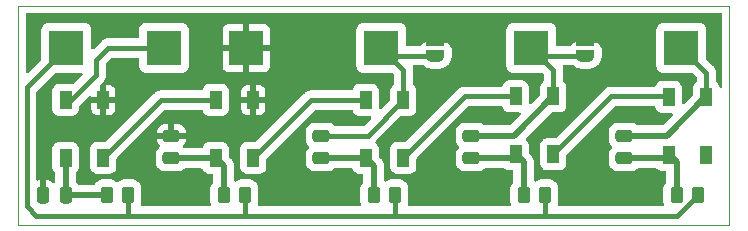
<source format=gbr>
%TF.GenerationSoftware,KiCad,Pcbnew,6.0.7*%
%TF.CreationDate,2022-10-23T18:16:52+02:00*%
%TF.ProjectId,led_circuit_test,6c65645f-6369-4726-9375-69745f746573,rev?*%
%TF.SameCoordinates,Original*%
%TF.FileFunction,Copper,L1,Top*%
%TF.FilePolarity,Positive*%
%FSLAX46Y46*%
G04 Gerber Fmt 4.6, Leading zero omitted, Abs format (unit mm)*
G04 Created by KiCad (PCBNEW 6.0.7) date 2022-10-23 18:16:52*
%MOMM*%
%LPD*%
G01*
G04 APERTURE LIST*
G04 Aperture macros list*
%AMRoundRect*
0 Rectangle with rounded corners*
0 $1 Rounding radius*
0 $2 $3 $4 $5 $6 $7 $8 $9 X,Y pos of 4 corners*
0 Add a 4 corners polygon primitive as box body*
4,1,4,$2,$3,$4,$5,$6,$7,$8,$9,$2,$3,0*
0 Add four circle primitives for the rounded corners*
1,1,$1+$1,$2,$3*
1,1,$1+$1,$4,$5*
1,1,$1+$1,$6,$7*
1,1,$1+$1,$8,$9*
0 Add four rect primitives between the rounded corners*
20,1,$1+$1,$2,$3,$4,$5,0*
20,1,$1+$1,$4,$5,$6,$7,0*
20,1,$1+$1,$6,$7,$8,$9,0*
20,1,$1+$1,$8,$9,$2,$3,0*%
%AMFreePoly0*
4,1,22,0.500000,-0.750000,0.000000,-0.750000,0.000000,-0.745033,-0.079941,-0.743568,-0.215256,-0.701293,-0.333266,-0.622738,-0.424486,-0.514219,-0.481581,-0.384460,-0.499164,-0.250000,-0.500000,-0.250000,-0.500000,0.250000,-0.499164,0.250000,-0.499963,0.256109,-0.478152,0.396186,-0.417904,0.524511,-0.324060,0.630769,-0.204165,0.706417,-0.067858,0.745374,0.000000,0.744959,0.000000,0.750000,
0.500000,0.750000,0.500000,-0.750000,0.500000,-0.750000,$1*%
%AMFreePoly1*
4,1,20,0.000000,0.744959,0.073905,0.744508,0.209726,0.703889,0.328688,0.626782,0.421226,0.519385,0.479903,0.390333,0.500000,0.250000,0.500000,-0.250000,0.499851,-0.262216,0.476331,-0.402017,0.414519,-0.529596,0.319384,-0.634700,0.198574,-0.708877,0.061801,-0.746166,0.000000,-0.745033,0.000000,-0.750000,-0.500000,-0.750000,-0.500000,0.750000,0.000000,0.750000,0.000000,0.744959,
0.000000,0.744959,$1*%
G04 Aperture macros list end*
%TA.AperFunction,Profile*%
%ADD10C,0.100000*%
%TD*%
%TA.AperFunction,SMDPad,CuDef*%
%ADD11RoundRect,0.250000X-0.262500X-0.450000X0.262500X-0.450000X0.262500X0.450000X-0.262500X0.450000X0*%
%TD*%
%TA.AperFunction,SMDPad,CuDef*%
%ADD12RoundRect,0.250000X0.250000X0.475000X-0.250000X0.475000X-0.250000X-0.475000X0.250000X-0.475000X0*%
%TD*%
%TA.AperFunction,SMDPad,CuDef*%
%ADD13R,3.000000X3.000000*%
%TD*%
%TA.AperFunction,SMDPad,CuDef*%
%ADD14RoundRect,0.250000X0.475000X-0.250000X0.475000X0.250000X-0.475000X0.250000X-0.475000X-0.250000X0*%
%TD*%
%TA.AperFunction,SMDPad,CuDef*%
%ADD15FreePoly0,90.000000*%
%TD*%
%TA.AperFunction,SMDPad,CuDef*%
%ADD16FreePoly1,90.000000*%
%TD*%
%TA.AperFunction,SMDPad,CuDef*%
%ADD17R,1.000000X1.500000*%
%TD*%
%TA.AperFunction,Conductor*%
%ADD18C,0.406400*%
%TD*%
%TA.AperFunction,Conductor*%
%ADD19C,0.508000*%
%TD*%
%TA.AperFunction,Conductor*%
%ADD20C,0.254000*%
%TD*%
G04 APERTURE END LIST*
D10*
X135890000Y-43942000D02*
X75692000Y-43942000D01*
X75692000Y-43942000D02*
X75692000Y-25400000D01*
X135890000Y-25400000D02*
X135890000Y-43942000D01*
X75692000Y-25400000D02*
X135890000Y-25400000D01*
D11*
%TO.P,R1,2*%
%TO.N,+5V*%
X84986500Y-41402000D03*
%TO.P,R1,1*%
%TO.N,Net-(C1-Pad1)*%
X83161500Y-41402000D03*
%TD*%
D12*
%TO.P,C1,2*%
%TO.N,GND*%
X77790000Y-41402000D03*
%TO.P,C1,1*%
%TO.N,Net-(C1-Pad1)*%
X79690000Y-41402000D03*
%TD*%
D13*
%TO.P,J5,1,Pin_1*%
%TO.N,Net-(C3-Pad2)*%
X106426000Y-28956000D03*
%TD*%
%TO.P,J3,1,Pin_1*%
%TO.N,Net-(D1-Pad4)*%
X88011000Y-28956000D03*
%TD*%
D14*
%TO.P,C5,1*%
%TO.N,Net-(C5-Pad1)*%
X127000000Y-38288000D03*
%TO.P,C5,2*%
%TO.N,Net-(C5-Pad2)*%
X127000000Y-36388000D03*
%TD*%
D15*
%TO.P,JP2,1,A*%
%TO.N,Net-(C4-Pad2)*%
X123698000Y-29606000D03*
D16*
%TO.P,JP2,2,B*%
%TO.N,GND*%
X123698000Y-28306000D03*
%TD*%
D11*
%TO.P,R4,2*%
%TO.N,+5V*%
X120292500Y-41402000D03*
%TO.P,R4,1*%
%TO.N,Net-(C4-Pad1)*%
X118467500Y-41402000D03*
%TD*%
D13*
%TO.P,J1,1,Pin_1*%
%TO.N,+5V*%
X79756000Y-28956000D03*
%TD*%
%TO.P,J6,1,Pin_1*%
%TO.N,Net-(C4-Pad2)*%
X119126000Y-28956000D03*
%TD*%
D17*
%TO.P,D4,1,VDD*%
%TO.N,Net-(C4-Pad1)*%
X117780000Y-37949000D03*
%TO.P,D4,2,DOUT*%
%TO.N,Net-(D4-Pad2)*%
X120980000Y-37949000D03*
%TO.P,D4,3,VSS*%
%TO.N,Net-(C4-Pad2)*%
X120980000Y-33049000D03*
%TO.P,D4,4,DIN*%
%TO.N,Net-(D3-Pad2)*%
X117780000Y-33049000D03*
%TD*%
%TO.P,D5,1,VDD*%
%TO.N,Net-(C5-Pad1)*%
X130734000Y-38010000D03*
%TO.P,D5,2,DOUT*%
%TO.N,unconnected-(D5-Pad2)*%
X133934000Y-38010000D03*
%TO.P,D5,3,VSS*%
%TO.N,Net-(C5-Pad2)*%
X133934000Y-33110000D03*
%TO.P,D5,4,DIN*%
%TO.N,Net-(D4-Pad2)*%
X130734000Y-33110000D03*
%TD*%
D11*
%TO.P,R3,2*%
%TO.N,+5V*%
X107592500Y-41402000D03*
%TO.P,R3,1*%
%TO.N,Net-(C3-Pad1)*%
X105767500Y-41402000D03*
%TD*%
D13*
%TO.P,J4,1,Pin_1*%
%TO.N,Net-(C5-Pad2)*%
X131826000Y-28956000D03*
%TD*%
D14*
%TO.P,C2,2*%
%TO.N,GND*%
X88646000Y-36388000D03*
%TO.P,C2,1*%
%TO.N,Net-(C2-Pad1)*%
X88646000Y-38288000D03*
%TD*%
D13*
%TO.P,J2,1,Pin_1*%
%TO.N,GND*%
X94996000Y-28956000D03*
%TD*%
D17*
%TO.P,D1,1,VDD*%
%TO.N,Net-(C1-Pad1)*%
X79680000Y-38264000D03*
%TO.P,D1,2,DOUT*%
%TO.N,Net-(D1-Pad2)*%
X82880000Y-38264000D03*
%TO.P,D1,3,VSS*%
%TO.N,GND*%
X82880000Y-33364000D03*
%TO.P,D1,4,DIN*%
%TO.N,Net-(D1-Pad4)*%
X79680000Y-33364000D03*
%TD*%
D15*
%TO.P,JP1,1,A*%
%TO.N,Net-(C3-Pad2)*%
X110998000Y-29606000D03*
D16*
%TO.P,JP1,2,B*%
%TO.N,GND*%
X110998000Y-28306000D03*
%TD*%
D17*
%TO.P,D3,1,VDD*%
%TO.N,Net-(C3-Pad1)*%
X105080000Y-38264000D03*
%TO.P,D3,2,DOUT*%
%TO.N,Net-(D3-Pad2)*%
X108280000Y-38264000D03*
%TO.P,D3,3,VSS*%
%TO.N,Net-(C3-Pad2)*%
X108280000Y-33364000D03*
%TO.P,D3,4,DIN*%
%TO.N,Net-(D2-Pad2)*%
X105080000Y-33364000D03*
%TD*%
D11*
%TO.P,R5,1*%
%TO.N,Net-(C5-Pad1)*%
X131421500Y-41402000D03*
%TO.P,R5,2*%
%TO.N,+5V*%
X133246500Y-41402000D03*
%TD*%
D17*
%TO.P,D2,1,VDD*%
%TO.N,Net-(C2-Pad1)*%
X92380000Y-38264000D03*
%TO.P,D2,2,DOUT*%
%TO.N,Net-(D2-Pad2)*%
X95580000Y-38264000D03*
%TO.P,D2,3,VSS*%
%TO.N,GND*%
X95580000Y-33364000D03*
%TO.P,D2,4,DIN*%
%TO.N,Net-(D1-Pad2)*%
X92380000Y-33364000D03*
%TD*%
D11*
%TO.P,R2,1*%
%TO.N,Net-(C2-Pad1)*%
X93067500Y-41402000D03*
%TO.P,R2,2*%
%TO.N,+5V*%
X94892500Y-41402000D03*
%TD*%
D14*
%TO.P,C4,2*%
%TO.N,Net-(C4-Pad2)*%
X114046000Y-36388000D03*
%TO.P,C4,1*%
%TO.N,Net-(C4-Pad1)*%
X114046000Y-38288000D03*
%TD*%
%TO.P,C3,2*%
%TO.N,Net-(C3-Pad2)*%
X101346000Y-36388000D03*
%TO.P,C3,1*%
%TO.N,Net-(C3-Pad1)*%
X101346000Y-38288000D03*
%TD*%
D18*
%TO.N,Net-(C5-Pad2)*%
X133934000Y-33110000D02*
X133934000Y-31064000D01*
X133934000Y-31064000D02*
X131826000Y-28956000D01*
%TO.N,Net-(C4-Pad2)*%
X123698000Y-29606000D02*
X119776000Y-29606000D01*
X119776000Y-29606000D02*
X119126000Y-28956000D01*
X120980000Y-33049000D02*
X120980000Y-30810000D01*
X120980000Y-30810000D02*
X119126000Y-28956000D01*
%TO.N,Net-(C3-Pad2)*%
X110998000Y-29606000D02*
X107076000Y-29606000D01*
X107076000Y-29606000D02*
X106426000Y-28956000D01*
X108280000Y-33364000D02*
X108280000Y-30810000D01*
X108280000Y-30810000D02*
X106426000Y-28956000D01*
X101346000Y-36388000D02*
X105256000Y-36388000D01*
X105256000Y-36388000D02*
X108280000Y-33364000D01*
%TO.N,+5V*%
X77216000Y-43180000D02*
X84836000Y-43180000D01*
X84836000Y-43180000D02*
X94742000Y-43180000D01*
X84986500Y-41402000D02*
X84986500Y-43029500D01*
X84986500Y-43029500D02*
X84836000Y-43180000D01*
X94742000Y-43180000D02*
X107696000Y-43180000D01*
X94892500Y-41402000D02*
X94892500Y-43029500D01*
X94892500Y-43029500D02*
X94742000Y-43180000D01*
X107696000Y-43180000D02*
X120396000Y-43180000D01*
X107592500Y-41402000D02*
X107592500Y-43076500D01*
X107592500Y-43076500D02*
X107696000Y-43180000D01*
X120396000Y-43180000D02*
X131468500Y-43180000D01*
X120292500Y-41402000D02*
X120292500Y-43076500D01*
X120292500Y-43076500D02*
X120396000Y-43180000D01*
X76403200Y-42367200D02*
X77216000Y-43180000D01*
X76403200Y-32308800D02*
X76403200Y-42367200D01*
X79756000Y-28956000D02*
X76403200Y-32308800D01*
X131468500Y-43180000D02*
X133246500Y-41402000D01*
%TO.N,Net-(D1-Pad4)*%
X82296000Y-31242000D02*
X82296000Y-29972000D01*
X79680000Y-33364000D02*
X80174000Y-33364000D01*
X80174000Y-33364000D02*
X82296000Y-31242000D01*
X82296000Y-29972000D02*
X83312000Y-28956000D01*
X83312000Y-28956000D02*
X88011000Y-28956000D01*
D19*
%TO.N,Net-(C4-Pad2)*%
X114046000Y-36388000D02*
X117641000Y-36388000D01*
X117641000Y-36388000D02*
X120980000Y-33049000D01*
%TO.N,Net-(C5-Pad2)*%
X127000000Y-36388000D02*
X130595000Y-36388000D01*
X130595000Y-36388000D02*
X133934000Y-33049000D01*
%TO.N,Net-(C5-Pad1)*%
X127000000Y-38288000D02*
X130395000Y-38288000D01*
X130395000Y-38288000D02*
X130734000Y-37949000D01*
X131421500Y-41402000D02*
X131421500Y-38636500D01*
X131421500Y-38636500D02*
X130734000Y-37949000D01*
%TO.N,Net-(C4-Pad1)*%
X114046000Y-38288000D02*
X117441000Y-38288000D01*
X117441000Y-38288000D02*
X117780000Y-37949000D01*
X118467500Y-41402000D02*
X118467500Y-38636500D01*
X118467500Y-38636500D02*
X117780000Y-37949000D01*
%TO.N,Net-(C3-Pad1)*%
X105080000Y-38264000D02*
X101370000Y-38264000D01*
X101370000Y-38264000D02*
X101346000Y-38288000D01*
X105767500Y-41402000D02*
X105767500Y-38951500D01*
X105767500Y-38951500D02*
X105080000Y-38264000D01*
%TO.N,Net-(C2-Pad1)*%
X88646000Y-38288000D02*
X92356000Y-38288000D01*
X93067500Y-41402000D02*
X93067500Y-38951500D01*
X93067500Y-38951500D02*
X92380000Y-38264000D01*
X92356000Y-38288000D02*
X92380000Y-38264000D01*
%TO.N,Net-(C1-Pad1)*%
X79690000Y-41402000D02*
X83161500Y-41402000D01*
X79690000Y-41402000D02*
X79690000Y-38274000D01*
X79690000Y-38274000D02*
X79680000Y-38264000D01*
D18*
%TO.N,Net-(D2-Pad2)*%
X95580000Y-38264000D02*
X100480000Y-33364000D01*
X100480000Y-33364000D02*
X105080000Y-33364000D01*
%TO.N,Net-(D3-Pad2)*%
X108280000Y-38264000D02*
X113495000Y-33049000D01*
X113495000Y-33049000D02*
X117780000Y-33049000D01*
%TO.N,Net-(D4-Pad2)*%
X120980000Y-37949000D02*
X125880000Y-33049000D01*
X125880000Y-33049000D02*
X130734000Y-33049000D01*
%TO.N,Net-(D1-Pad2)*%
X82880000Y-38264000D02*
X87780000Y-33364000D01*
X87780000Y-33364000D02*
X92380000Y-33364000D01*
D20*
%TO.N,Net-(D4-Pad2)*%
X130681500Y-33205000D02*
X130837500Y-33049000D01*
%TD*%
%TA.AperFunction,Conductor*%
%TO.N,GND*%
G36*
X135222021Y-26030102D02*
G01*
X135268514Y-26083758D01*
X135279900Y-26136100D01*
X135279900Y-32199477D01*
X135259898Y-32267598D01*
X135206242Y-32314091D01*
X135135968Y-32324195D01*
X135071388Y-32294701D01*
X135032903Y-32234630D01*
X135000584Y-32123387D01*
X135000583Y-32123386D01*
X134998372Y-32115774D01*
X134940909Y-32018608D01*
X134923939Y-31989914D01*
X134919905Y-31983093D01*
X134810907Y-31874095D01*
X134804086Y-31870061D01*
X134797817Y-31865198D01*
X134799631Y-31862860D01*
X134760698Y-31821149D01*
X134747300Y-31764608D01*
X134747300Y-31073217D01*
X134747307Y-31071897D01*
X134748182Y-30988332D01*
X134748256Y-30981291D01*
X134744518Y-30964000D01*
X134739033Y-30938628D01*
X134736974Y-30926050D01*
X134732894Y-30889682D01*
X134732892Y-30889673D01*
X134732107Y-30882675D01*
X134727613Y-30869770D01*
X134720997Y-30850769D01*
X134716835Y-30835962D01*
X134711186Y-30809836D01*
X134709697Y-30802949D01*
X134691249Y-30763386D01*
X134686460Y-30751593D01*
X134672101Y-30710361D01*
X134668366Y-30704383D01*
X134654199Y-30681710D01*
X134646860Y-30668193D01*
X134635561Y-30643963D01*
X134632585Y-30637581D01*
X134605831Y-30603090D01*
X134598537Y-30592634D01*
X134579145Y-30561600D01*
X134575411Y-30555624D01*
X134568783Y-30548949D01*
X134546644Y-30526656D01*
X134546047Y-30526018D01*
X134545527Y-30525347D01*
X134519269Y-30499089D01*
X134476838Y-30456361D01*
X134449335Y-30428665D01*
X134449331Y-30428661D01*
X134446841Y-30426154D01*
X134445800Y-30425494D01*
X134444565Y-30424385D01*
X133973005Y-29952825D01*
X133938979Y-29890513D01*
X133936100Y-29863730D01*
X133936099Y-27396861D01*
X133936099Y-27394388D01*
X133933378Y-27359801D01*
X133927160Y-27338396D01*
X133892584Y-27219387D01*
X133892583Y-27219386D01*
X133890372Y-27211774D01*
X133811905Y-27079093D01*
X133702907Y-26970095D01*
X133681647Y-26957522D01*
X133577049Y-26895663D01*
X133577048Y-26895663D01*
X133570226Y-26891628D01*
X133562614Y-26889417D01*
X133562613Y-26889416D01*
X133428376Y-26850416D01*
X133428371Y-26850415D01*
X133422199Y-26848622D01*
X133415794Y-26848118D01*
X133415789Y-26848117D01*
X133390070Y-26846093D01*
X133390061Y-26846093D01*
X133387613Y-26845900D01*
X131827264Y-26845900D01*
X130264388Y-26845901D01*
X130243291Y-26847561D01*
X130236219Y-26848117D01*
X130236218Y-26848117D01*
X130229801Y-26848622D01*
X130223621Y-26850417D01*
X130223618Y-26850418D01*
X130089387Y-26889416D01*
X130089386Y-26889417D01*
X130081774Y-26891628D01*
X130074952Y-26895663D01*
X130074951Y-26895663D01*
X129970353Y-26957522D01*
X129949093Y-26970095D01*
X129840095Y-27079093D01*
X129761628Y-27211774D01*
X129759417Y-27219386D01*
X129759416Y-27219387D01*
X129720416Y-27353624D01*
X129720415Y-27353629D01*
X129718622Y-27359801D01*
X129718118Y-27366206D01*
X129718117Y-27366211D01*
X129716093Y-27391930D01*
X129715900Y-27394387D01*
X129715901Y-30517612D01*
X129718622Y-30552199D01*
X129720417Y-30558376D01*
X129720418Y-30558382D01*
X129757098Y-30684635D01*
X129761628Y-30700226D01*
X129765663Y-30707048D01*
X129765663Y-30707049D01*
X129832026Y-30819263D01*
X129840095Y-30832907D01*
X129949093Y-30941905D01*
X129955914Y-30945939D01*
X129983627Y-30962328D01*
X130081774Y-31020372D01*
X130089386Y-31022583D01*
X130089387Y-31022584D01*
X130223624Y-31061584D01*
X130223629Y-31061585D01*
X130229801Y-31063378D01*
X130236206Y-31063882D01*
X130236211Y-31063883D01*
X130261930Y-31065907D01*
X130261939Y-31065907D01*
X130264387Y-31066100D01*
X130378287Y-31066100D01*
X132733729Y-31066099D01*
X132801850Y-31086101D01*
X132822824Y-31103004D01*
X133083795Y-31363975D01*
X133117821Y-31426287D01*
X133120700Y-31453070D01*
X133120700Y-31764608D01*
X133100698Y-31832729D01*
X133068824Y-31863446D01*
X133070183Y-31865198D01*
X133063914Y-31870061D01*
X133057093Y-31874095D01*
X132948095Y-31983093D01*
X132944061Y-31989914D01*
X132927092Y-32018608D01*
X132869628Y-32115774D01*
X132867417Y-32123386D01*
X132867416Y-32123387D01*
X132828416Y-32257624D01*
X132828415Y-32257629D01*
X132826622Y-32263801D01*
X132826118Y-32270206D01*
X132826117Y-32270211D01*
X132824093Y-32295930D01*
X132823900Y-32298387D01*
X132823900Y-32884888D01*
X132803898Y-32953009D01*
X132786995Y-32973983D01*
X132059195Y-33701783D01*
X131996883Y-33735809D01*
X131926068Y-33730744D01*
X131869232Y-33688197D01*
X131844421Y-33621677D01*
X131844100Y-33612688D01*
X131844099Y-32300861D01*
X131844099Y-32298388D01*
X131842126Y-32273303D01*
X131841883Y-32270219D01*
X131841882Y-32270211D01*
X131841378Y-32263801D01*
X131838301Y-32253208D01*
X131800584Y-32123387D01*
X131800583Y-32123386D01*
X131798372Y-32115774D01*
X131740909Y-32018608D01*
X131723939Y-31989914D01*
X131719905Y-31983093D01*
X131610907Y-31874095D01*
X131595863Y-31865198D01*
X131485049Y-31799663D01*
X131485048Y-31799663D01*
X131478226Y-31795628D01*
X131470614Y-31793417D01*
X131470613Y-31793416D01*
X131336376Y-31754416D01*
X131336371Y-31754415D01*
X131330199Y-31752622D01*
X131323794Y-31752118D01*
X131323789Y-31752117D01*
X131298070Y-31750093D01*
X131298061Y-31750093D01*
X131295613Y-31749900D01*
X130734455Y-31749900D01*
X130172388Y-31749901D01*
X130151291Y-31751561D01*
X130144219Y-31752117D01*
X130144218Y-31752117D01*
X130137801Y-31752622D01*
X130131621Y-31754417D01*
X130131618Y-31754418D01*
X129997387Y-31793416D01*
X129997386Y-31793417D01*
X129989774Y-31795628D01*
X129982952Y-31799663D01*
X129982951Y-31799663D01*
X129872137Y-31865198D01*
X129857093Y-31874095D01*
X129748095Y-31983093D01*
X129744061Y-31989914D01*
X129727092Y-32018608D01*
X129669628Y-32115774D01*
X129664420Y-32133701D01*
X129661180Y-32144852D01*
X129622968Y-32204688D01*
X129558472Y-32234366D01*
X129540183Y-32235700D01*
X125889217Y-32235700D01*
X125887897Y-32235693D01*
X125886789Y-32235681D01*
X125797291Y-32234744D01*
X125790409Y-32236232D01*
X125790408Y-32236232D01*
X125754628Y-32243967D01*
X125742050Y-32246026D01*
X125705682Y-32250106D01*
X125705673Y-32250108D01*
X125698675Y-32250893D01*
X125685770Y-32255387D01*
X125666769Y-32262003D01*
X125651962Y-32266165D01*
X125645335Y-32267598D01*
X125618949Y-32273303D01*
X125612564Y-32276280D01*
X125612562Y-32276281D01*
X125600881Y-32281728D01*
X125579386Y-32291751D01*
X125567593Y-32296540D01*
X125526361Y-32310899D01*
X125520386Y-32314633D01*
X125520383Y-32314634D01*
X125497710Y-32328801D01*
X125484193Y-32336140D01*
X125453581Y-32350415D01*
X125440772Y-32360351D01*
X125419090Y-32377169D01*
X125408636Y-32384462D01*
X125371624Y-32407589D01*
X125366625Y-32412554D01*
X125366623Y-32412555D01*
X125342656Y-32436356D01*
X125342018Y-32436953D01*
X125341347Y-32437473D01*
X125315089Y-32463731D01*
X125254178Y-32524219D01*
X125242154Y-32536159D01*
X125241494Y-32537200D01*
X125240385Y-32538435D01*
X121226825Y-36551995D01*
X121164513Y-36586021D01*
X121137730Y-36588900D01*
X120453293Y-36588901D01*
X120418388Y-36588901D01*
X120397291Y-36590561D01*
X120390219Y-36591117D01*
X120390218Y-36591117D01*
X120383801Y-36591622D01*
X120377621Y-36593417D01*
X120377618Y-36593418D01*
X120243387Y-36632416D01*
X120243386Y-36632417D01*
X120235774Y-36634628D01*
X120228952Y-36638663D01*
X120228951Y-36638663D01*
X120132628Y-36695628D01*
X120103093Y-36713095D01*
X119994095Y-36822093D01*
X119990061Y-36828914D01*
X119944404Y-36906117D01*
X119915628Y-36954774D01*
X119913417Y-36962386D01*
X119913416Y-36962387D01*
X119874416Y-37096624D01*
X119874415Y-37096629D01*
X119872622Y-37102801D01*
X119872118Y-37109206D01*
X119872117Y-37109211D01*
X119870093Y-37134930D01*
X119869900Y-37137387D01*
X119869901Y-38760612D01*
X119872622Y-38795199D01*
X119874417Y-38801376D01*
X119874418Y-38801382D01*
X119911862Y-38930264D01*
X119915628Y-38943226D01*
X119994095Y-39075907D01*
X120103093Y-39184905D01*
X120109914Y-39188939D01*
X120227073Y-39258226D01*
X120235774Y-39263372D01*
X120243386Y-39265583D01*
X120243387Y-39265584D01*
X120377624Y-39304584D01*
X120377629Y-39304585D01*
X120383801Y-39306378D01*
X120390206Y-39306882D01*
X120390211Y-39306883D01*
X120415930Y-39308907D01*
X120415939Y-39308907D01*
X120418387Y-39309100D01*
X120979545Y-39309100D01*
X121541612Y-39309099D01*
X121562709Y-39307439D01*
X121569781Y-39306883D01*
X121569782Y-39306883D01*
X121576199Y-39306378D01*
X121582379Y-39304583D01*
X121582382Y-39304582D01*
X121716613Y-39265584D01*
X121716614Y-39265583D01*
X121724226Y-39263372D01*
X121732928Y-39258226D01*
X121850086Y-39188939D01*
X121856907Y-39184905D01*
X121965905Y-39075907D01*
X122044372Y-38943226D01*
X122048138Y-38930264D01*
X122085584Y-38801376D01*
X122085585Y-38801371D01*
X122087378Y-38795199D01*
X122087882Y-38788794D01*
X122087883Y-38788789D01*
X122089907Y-38763070D01*
X122089907Y-38763061D01*
X122090100Y-38760613D01*
X122090100Y-38041270D01*
X122110102Y-37973149D01*
X122127005Y-37952175D01*
X126179975Y-33899205D01*
X126242287Y-33865179D01*
X126269070Y-33862300D01*
X129505068Y-33862300D01*
X129573189Y-33882302D01*
X129619682Y-33935958D01*
X129626091Y-33956353D01*
X129626622Y-33956199D01*
X129669628Y-34104226D01*
X129748095Y-34236907D01*
X129857093Y-34345905D01*
X129863914Y-34349939D01*
X129963621Y-34408905D01*
X129989774Y-34424372D01*
X129997386Y-34426583D01*
X129997387Y-34426584D01*
X130131624Y-34465584D01*
X130131629Y-34465585D01*
X130137801Y-34467378D01*
X130144206Y-34467882D01*
X130144211Y-34467883D01*
X130169930Y-34469907D01*
X130169939Y-34469907D01*
X130172387Y-34470100D01*
X130181392Y-34470100D01*
X130986690Y-34470099D01*
X131054810Y-34490101D01*
X131101303Y-34543757D01*
X131111407Y-34614031D01*
X131081914Y-34678611D01*
X131075784Y-34685194D01*
X130273983Y-35486995D01*
X130211671Y-35521021D01*
X130184888Y-35523900D01*
X128128242Y-35523900D01*
X128060121Y-35503898D01*
X128049290Y-35496097D01*
X127946445Y-35413408D01*
X127946444Y-35413407D01*
X127941129Y-35409134D01*
X127773742Y-35326042D01*
X127592417Y-35280833D01*
X127570893Y-35279366D01*
X127551543Y-35278046D01*
X127551532Y-35278046D01*
X127549396Y-35277900D01*
X126450604Y-35277900D01*
X126448468Y-35278046D01*
X126448457Y-35278046D01*
X126429107Y-35279366D01*
X126407583Y-35280833D01*
X126226258Y-35326042D01*
X126058871Y-35409134D01*
X125913231Y-35526231D01*
X125796134Y-35671871D01*
X125793101Y-35677981D01*
X125721399Y-35822424D01*
X125713042Y-35839258D01*
X125667833Y-36020583D01*
X125664900Y-36063604D01*
X125664900Y-36712396D01*
X125667833Y-36755417D01*
X125713042Y-36936742D01*
X125716075Y-36942852D01*
X125721442Y-36953663D01*
X125796134Y-37104129D01*
X125800407Y-37109444D01*
X125800408Y-37109445D01*
X125871919Y-37198387D01*
X125913231Y-37249769D01*
X125914388Y-37250699D01*
X125947434Y-37311217D01*
X125942369Y-37382032D01*
X125914746Y-37425013D01*
X125913231Y-37426231D01*
X125796134Y-37571871D01*
X125713042Y-37739258D01*
X125667833Y-37920583D01*
X125667455Y-37926132D01*
X125665196Y-37959267D01*
X125664900Y-37963604D01*
X125664900Y-38612396D01*
X125665046Y-38614532D01*
X125665046Y-38614543D01*
X125665559Y-38622062D01*
X125667833Y-38655417D01*
X125713042Y-38836742D01*
X125796134Y-39004129D01*
X125800407Y-39009444D01*
X125800408Y-39009445D01*
X125902890Y-39136907D01*
X125913231Y-39149769D01*
X125918543Y-39154040D01*
X126032801Y-39245905D01*
X126058871Y-39266866D01*
X126226258Y-39349958D01*
X126407583Y-39395167D01*
X126429107Y-39396634D01*
X126448457Y-39397954D01*
X126448468Y-39397954D01*
X126450604Y-39398100D01*
X127549396Y-39398100D01*
X127551532Y-39397954D01*
X127551543Y-39397954D01*
X127570893Y-39396634D01*
X127592417Y-39395167D01*
X127773742Y-39349958D01*
X127941129Y-39266866D01*
X127967200Y-39245905D01*
X128049290Y-39179903D01*
X128114913Y-39152807D01*
X128128242Y-39152100D01*
X129711098Y-39152100D01*
X129779219Y-39172102D01*
X129800193Y-39189005D01*
X129857093Y-39245905D01*
X129863914Y-39249939D01*
X129963621Y-39308905D01*
X129989774Y-39324372D01*
X129997386Y-39326583D01*
X129997387Y-39326584D01*
X130131624Y-39365584D01*
X130131629Y-39365585D01*
X130137801Y-39367378D01*
X130144206Y-39367882D01*
X130144211Y-39367883D01*
X130169930Y-39369907D01*
X130169939Y-39369907D01*
X130172387Y-39370100D01*
X130431400Y-39370100D01*
X130499521Y-39390102D01*
X130546014Y-39443758D01*
X130557400Y-39496100D01*
X130557400Y-40283211D01*
X130537398Y-40351332D01*
X130529597Y-40362163D01*
X130434408Y-40480555D01*
X130430134Y-40485871D01*
X130347042Y-40653258D01*
X130301833Y-40834583D01*
X130298900Y-40877604D01*
X130298900Y-41926396D01*
X130301833Y-41969417D01*
X130347042Y-42150742D01*
X130350073Y-42156849D01*
X130350075Y-42156853D01*
X130363887Y-42184676D01*
X130376259Y-42254586D01*
X130348872Y-42320088D01*
X130290419Y-42360384D01*
X130251027Y-42366700D01*
X121462973Y-42366700D01*
X121394852Y-42346698D01*
X121348359Y-42293042D01*
X121338255Y-42222768D01*
X121350113Y-42184676D01*
X121363925Y-42156853D01*
X121363927Y-42156849D01*
X121366958Y-42150742D01*
X121412167Y-41969417D01*
X121415100Y-41926396D01*
X121415100Y-40877604D01*
X121412167Y-40834583D01*
X121366958Y-40653258D01*
X121283866Y-40485871D01*
X121273301Y-40472730D01*
X121171040Y-40345543D01*
X121166769Y-40340231D01*
X121139281Y-40318130D01*
X121026445Y-40227408D01*
X121026444Y-40227407D01*
X121021129Y-40223134D01*
X120853742Y-40140042D01*
X120672417Y-40094833D01*
X120650893Y-40093366D01*
X120631543Y-40092046D01*
X120631532Y-40092046D01*
X120629396Y-40091900D01*
X119955604Y-40091900D01*
X119953468Y-40092046D01*
X119953457Y-40092046D01*
X119934107Y-40093366D01*
X119912583Y-40094833D01*
X119731258Y-40140042D01*
X119563871Y-40223134D01*
X119558556Y-40227407D01*
X119558555Y-40227408D01*
X119536552Y-40245099D01*
X119470930Y-40272195D01*
X119401075Y-40259512D01*
X119349167Y-40211076D01*
X119331600Y-40146902D01*
X119331600Y-38678134D01*
X119332042Y-38667591D01*
X119335865Y-38622062D01*
X119336436Y-38615264D01*
X119333516Y-38593381D01*
X119325622Y-38534213D01*
X119325252Y-38531158D01*
X119317155Y-38456630D01*
X119316419Y-38449853D01*
X119314245Y-38443392D01*
X119313494Y-38439976D01*
X119313437Y-38439652D01*
X119313341Y-38439323D01*
X119312507Y-38435930D01*
X119311605Y-38429168D01*
X119309272Y-38422758D01*
X119309270Y-38422750D01*
X119283636Y-38352320D01*
X119282618Y-38349415D01*
X119256536Y-38271914D01*
X119253019Y-38266060D01*
X119251566Y-38262916D01*
X119251430Y-38262586D01*
X119251277Y-38262305D01*
X119249724Y-38259149D01*
X119247393Y-38252745D01*
X119203559Y-38183675D01*
X119201943Y-38181057D01*
X119169264Y-38126670D01*
X119159840Y-38110985D01*
X119155157Y-38106032D01*
X119153031Y-38103231D01*
X119152559Y-38102552D01*
X119149567Y-38098596D01*
X119146794Y-38094227D01*
X119142949Y-38089927D01*
X119088580Y-38035558D01*
X119086127Y-38033036D01*
X119030843Y-37974575D01*
X119025195Y-37970737D01*
X119020002Y-37966317D01*
X119020336Y-37965925D01*
X119012289Y-37959267D01*
X118927004Y-37873982D01*
X118892978Y-37811670D01*
X118890099Y-37784887D01*
X118890099Y-37137388D01*
X118887378Y-37102801D01*
X118867305Y-37033707D01*
X118846584Y-36962387D01*
X118846583Y-36962386D01*
X118844372Y-36954774D01*
X118815597Y-36906117D01*
X118769939Y-36828914D01*
X118765905Y-36822093D01*
X118686512Y-36742700D01*
X118652486Y-36680388D01*
X118657551Y-36609573D01*
X118686512Y-36564510D01*
X120805017Y-34446005D01*
X120867329Y-34411979D01*
X120894112Y-34409100D01*
X121509957Y-34409099D01*
X121541612Y-34409099D01*
X121562709Y-34407439D01*
X121569781Y-34406883D01*
X121569782Y-34406883D01*
X121576199Y-34406378D01*
X121582379Y-34404583D01*
X121582382Y-34404582D01*
X121716613Y-34365584D01*
X121716614Y-34365583D01*
X121724226Y-34363372D01*
X121732928Y-34358226D01*
X121850086Y-34288939D01*
X121856907Y-34284905D01*
X121965905Y-34175907D01*
X121976098Y-34158672D01*
X122040337Y-34050049D01*
X122040337Y-34050048D01*
X122044372Y-34043226D01*
X122046584Y-34035613D01*
X122085584Y-33901376D01*
X122085585Y-33901371D01*
X122087378Y-33895199D01*
X122087882Y-33888794D01*
X122087883Y-33888789D01*
X122089907Y-33863070D01*
X122089907Y-33863061D01*
X122090100Y-33860613D01*
X122090099Y-32237388D01*
X122087378Y-32202801D01*
X122061687Y-32114370D01*
X122046584Y-32062387D01*
X122046583Y-32062386D01*
X122044372Y-32054774D01*
X122026927Y-32025275D01*
X121969939Y-31928914D01*
X121965905Y-31922093D01*
X121856907Y-31813095D01*
X121850086Y-31809061D01*
X121843817Y-31804198D01*
X121845631Y-31801860D01*
X121806698Y-31760149D01*
X121793300Y-31703608D01*
X121793300Y-30819263D01*
X121793307Y-30817944D01*
X121793878Y-30763394D01*
X121794256Y-30727291D01*
X121792406Y-30718732D01*
X121785033Y-30684635D01*
X121782972Y-30672051D01*
X121778892Y-30635671D01*
X121778891Y-30635668D01*
X121778107Y-30628675D01*
X121766998Y-30596774D01*
X121762839Y-30581975D01*
X121760665Y-30571923D01*
X121765821Y-30501117D01*
X121808440Y-30444335D01*
X121874992Y-30419610D01*
X121883820Y-30419300D01*
X122636853Y-30419300D01*
X122704974Y-30439302D01*
X122720260Y-30450858D01*
X122763594Y-30489129D01*
X122779094Y-30502367D01*
X122909316Y-30584850D01*
X122912900Y-30586533D01*
X122912906Y-30586536D01*
X123021628Y-30637581D01*
X123038961Y-30645719D01*
X123057566Y-30654081D01*
X123084109Y-30661717D01*
X123201908Y-30695606D01*
X123201913Y-30695607D01*
X123205705Y-30696698D01*
X123347223Y-30718732D01*
X123347774Y-30718808D01*
X123347798Y-30718812D01*
X123358876Y-30720349D01*
X123367416Y-30721534D01*
X123501376Y-30720950D01*
X123501926Y-30720949D01*
X123859234Y-30720949D01*
X123864458Y-30721124D01*
X123867416Y-30721534D01*
X124021562Y-30720862D01*
X124025484Y-30720349D01*
X124025486Y-30720349D01*
X124162990Y-30702369D01*
X124163032Y-30702363D01*
X124163576Y-30702292D01*
X124183753Y-30699313D01*
X124331514Y-30655403D01*
X124462607Y-30597720D01*
X124481128Y-30589201D01*
X124485256Y-30586536D01*
X124607292Y-30507739D01*
X124607295Y-30507737D01*
X124610626Y-30505586D01*
X124720261Y-30413429D01*
X124735653Y-30400049D01*
X124836478Y-30283449D01*
X124844116Y-30271975D01*
X124915542Y-30164674D01*
X124915571Y-30164629D01*
X124915841Y-30164224D01*
X124926857Y-30147063D01*
X124990903Y-30006851D01*
X125033613Y-29870145D01*
X125033749Y-29869683D01*
X125033766Y-29869627D01*
X125038105Y-29854885D01*
X125038106Y-29854880D01*
X125039370Y-29850586D01*
X125061490Y-29698034D01*
X125064115Y-29554835D01*
X125064151Y-29534454D01*
X125063524Y-29530020D01*
X125063252Y-29526104D01*
X125062949Y-29517373D01*
X125062949Y-29106000D01*
X125061736Y-29067387D01*
X125032851Y-28915970D01*
X124967219Y-28776494D01*
X124868962Y-28657721D01*
X124744254Y-28567116D01*
X124636684Y-28524526D01*
X124608301Y-28513288D01*
X124608297Y-28513287D01*
X124600932Y-28510371D01*
X124593070Y-28509378D01*
X124593067Y-28509377D01*
X124521164Y-28500294D01*
X124448000Y-28491051D01*
X124028636Y-28491051D01*
X124017380Y-28490547D01*
X123970296Y-28486324D01*
X123970295Y-28486324D01*
X123967865Y-28486106D01*
X123965438Y-28486076D01*
X123965432Y-28486076D01*
X123962467Y-28486040D01*
X123955523Y-28485955D01*
X123884985Y-28490547D01*
X123881329Y-28490785D01*
X123873144Y-28491051D01*
X123528636Y-28491051D01*
X123517380Y-28490547D01*
X123470296Y-28486324D01*
X123470295Y-28486324D01*
X123467865Y-28486106D01*
X123465438Y-28486076D01*
X123465432Y-28486076D01*
X123462467Y-28486040D01*
X123455523Y-28485955D01*
X123384985Y-28490547D01*
X123381329Y-28490785D01*
X123373144Y-28491051D01*
X122948000Y-28491051D01*
X122909387Y-28492264D01*
X122757970Y-28521149D01*
X122750794Y-28524526D01*
X122750793Y-28524526D01*
X122625668Y-28583405D01*
X122618494Y-28586781D01*
X122499721Y-28685038D01*
X122495062Y-28691451D01*
X122495057Y-28691456D01*
X122459236Y-28740760D01*
X122403014Y-28784115D01*
X122357300Y-28792700D01*
X121362099Y-28792700D01*
X121293978Y-28772698D01*
X121247485Y-28719042D01*
X121236099Y-28666700D01*
X121236099Y-27394388D01*
X121233378Y-27359801D01*
X121227160Y-27338396D01*
X121192584Y-27219387D01*
X121192583Y-27219386D01*
X121190372Y-27211774D01*
X121111905Y-27079093D01*
X121002907Y-26970095D01*
X120981647Y-26957522D01*
X120877049Y-26895663D01*
X120877048Y-26895663D01*
X120870226Y-26891628D01*
X120862614Y-26889417D01*
X120862613Y-26889416D01*
X120728376Y-26850416D01*
X120728371Y-26850415D01*
X120722199Y-26848622D01*
X120715794Y-26848118D01*
X120715789Y-26848117D01*
X120690070Y-26846093D01*
X120690061Y-26846093D01*
X120687613Y-26845900D01*
X119127264Y-26845900D01*
X117564388Y-26845901D01*
X117543291Y-26847561D01*
X117536219Y-26848117D01*
X117536218Y-26848117D01*
X117529801Y-26848622D01*
X117523621Y-26850417D01*
X117523618Y-26850418D01*
X117389387Y-26889416D01*
X117389386Y-26889417D01*
X117381774Y-26891628D01*
X117374952Y-26895663D01*
X117374951Y-26895663D01*
X117270353Y-26957522D01*
X117249093Y-26970095D01*
X117140095Y-27079093D01*
X117061628Y-27211774D01*
X117059417Y-27219386D01*
X117059416Y-27219387D01*
X117020416Y-27353624D01*
X117020415Y-27353629D01*
X117018622Y-27359801D01*
X117018118Y-27366206D01*
X117018117Y-27366211D01*
X117016093Y-27391930D01*
X117015900Y-27394387D01*
X117015901Y-30517612D01*
X117018622Y-30552199D01*
X117020417Y-30558376D01*
X117020418Y-30558382D01*
X117057098Y-30684635D01*
X117061628Y-30700226D01*
X117065663Y-30707048D01*
X117065663Y-30707049D01*
X117132026Y-30819263D01*
X117140095Y-30832907D01*
X117249093Y-30941905D01*
X117255914Y-30945939D01*
X117283627Y-30962328D01*
X117381774Y-31020372D01*
X117389386Y-31022583D01*
X117389387Y-31022584D01*
X117523624Y-31061584D01*
X117523629Y-31061585D01*
X117529801Y-31063378D01*
X117536206Y-31063882D01*
X117536211Y-31063883D01*
X117561930Y-31065907D01*
X117561939Y-31065907D01*
X117564387Y-31066100D01*
X117678287Y-31066100D01*
X120033729Y-31066099D01*
X120101850Y-31086101D01*
X120122824Y-31103004D01*
X120129795Y-31109975D01*
X120163821Y-31172287D01*
X120166700Y-31199070D01*
X120166700Y-31703608D01*
X120146698Y-31771729D01*
X120114824Y-31802446D01*
X120116183Y-31804198D01*
X120109914Y-31809061D01*
X120103093Y-31813095D01*
X119994095Y-31922093D01*
X119990061Y-31928914D01*
X119933074Y-32025275D01*
X119915628Y-32054774D01*
X119913417Y-32062386D01*
X119913416Y-32062387D01*
X119874416Y-32196624D01*
X119874415Y-32196629D01*
X119872622Y-32202801D01*
X119872118Y-32209206D01*
X119872117Y-32209211D01*
X119870093Y-32234930D01*
X119869900Y-32237387D01*
X119869900Y-32884888D01*
X119849898Y-32953009D01*
X119832995Y-32973983D01*
X119105195Y-33701783D01*
X119042883Y-33735809D01*
X118972068Y-33730744D01*
X118915232Y-33688197D01*
X118890421Y-33621677D01*
X118890100Y-33612688D01*
X118890099Y-32239861D01*
X118890099Y-32237388D01*
X118887378Y-32202801D01*
X118861687Y-32114370D01*
X118846584Y-32062387D01*
X118846583Y-32062386D01*
X118844372Y-32054774D01*
X118826927Y-32025275D01*
X118769939Y-31928914D01*
X118765905Y-31922093D01*
X118656907Y-31813095D01*
X118641863Y-31804198D01*
X118531049Y-31738663D01*
X118531048Y-31738663D01*
X118524226Y-31734628D01*
X118516614Y-31732417D01*
X118516613Y-31732416D01*
X118382376Y-31693416D01*
X118382371Y-31693415D01*
X118376199Y-31691622D01*
X118369794Y-31691118D01*
X118369789Y-31691117D01*
X118344070Y-31689093D01*
X118344061Y-31689093D01*
X118341613Y-31688900D01*
X117780455Y-31688900D01*
X117218388Y-31688901D01*
X117197291Y-31690561D01*
X117190219Y-31691117D01*
X117190218Y-31691117D01*
X117183801Y-31691622D01*
X117177621Y-31693417D01*
X117177618Y-31693418D01*
X117043387Y-31732416D01*
X117043386Y-31732417D01*
X117035774Y-31734628D01*
X117028952Y-31738663D01*
X117028951Y-31738663D01*
X116918137Y-31804198D01*
X116903093Y-31813095D01*
X116794095Y-31922093D01*
X116790061Y-31928914D01*
X116733074Y-32025275D01*
X116715628Y-32054774D01*
X116713417Y-32062385D01*
X116713415Y-32062389D01*
X116699888Y-32108951D01*
X116692698Y-32133701D01*
X116689458Y-32144852D01*
X116651245Y-32204688D01*
X116586749Y-32234366D01*
X116568461Y-32235700D01*
X113504263Y-32235700D01*
X113502944Y-32235693D01*
X113412291Y-32234744D01*
X113405405Y-32236233D01*
X113405403Y-32236233D01*
X113388643Y-32239857D01*
X113369630Y-32243968D01*
X113357051Y-32246028D01*
X113320671Y-32250108D01*
X113320668Y-32250109D01*
X113313675Y-32250893D01*
X113294346Y-32257624D01*
X113281774Y-32262002D01*
X113266964Y-32266164D01*
X113240839Y-32271812D01*
X113240836Y-32271813D01*
X113233949Y-32273302D01*
X113227562Y-32276280D01*
X113227560Y-32276281D01*
X113194390Y-32291749D01*
X113182581Y-32296545D01*
X113141361Y-32310899D01*
X113135386Y-32314633D01*
X113135381Y-32314635D01*
X113112720Y-32328795D01*
X113099201Y-32336136D01*
X113074963Y-32347438D01*
X113074959Y-32347440D01*
X113068582Y-32350414D01*
X113063023Y-32354726D01*
X113063015Y-32354731D01*
X113034092Y-32377167D01*
X113023634Y-32384463D01*
X112986624Y-32407589D01*
X112981624Y-32412555D01*
X112981622Y-32412556D01*
X112957656Y-32436356D01*
X112957018Y-32436953D01*
X112956347Y-32437473D01*
X112930089Y-32463731D01*
X112869178Y-32524219D01*
X112857154Y-32536159D01*
X112856494Y-32537200D01*
X112855385Y-32538435D01*
X108526825Y-36866995D01*
X108464513Y-36901021D01*
X108437730Y-36903900D01*
X107753293Y-36903901D01*
X107718388Y-36903901D01*
X107697291Y-36905561D01*
X107690219Y-36906117D01*
X107690218Y-36906117D01*
X107683801Y-36906622D01*
X107677621Y-36908417D01*
X107677618Y-36908418D01*
X107543387Y-36947416D01*
X107543386Y-36947417D01*
X107535774Y-36949628D01*
X107528952Y-36953663D01*
X107528951Y-36953663D01*
X107435464Y-37008951D01*
X107403093Y-37028095D01*
X107294095Y-37137093D01*
X107290061Y-37143914D01*
X107268226Y-37180836D01*
X107215628Y-37269774D01*
X107213417Y-37277386D01*
X107213416Y-37277387D01*
X107174416Y-37411624D01*
X107174415Y-37411629D01*
X107172622Y-37417801D01*
X107172118Y-37424206D01*
X107172117Y-37424211D01*
X107170093Y-37449930D01*
X107169900Y-37452387D01*
X107169901Y-39075612D01*
X107172622Y-39110199D01*
X107174417Y-39116376D01*
X107174418Y-39116382D01*
X107211189Y-39242947D01*
X107215628Y-39258226D01*
X107219663Y-39265048D01*
X107219663Y-39265049D01*
X107281676Y-39369907D01*
X107294095Y-39390907D01*
X107403093Y-39499905D01*
X107535774Y-39578372D01*
X107543386Y-39580583D01*
X107543387Y-39580584D01*
X107677624Y-39619584D01*
X107677629Y-39619585D01*
X107683801Y-39621378D01*
X107690206Y-39621882D01*
X107690211Y-39621883D01*
X107715930Y-39623907D01*
X107715939Y-39623907D01*
X107718387Y-39624100D01*
X108279545Y-39624100D01*
X108841612Y-39624099D01*
X108862709Y-39622439D01*
X108869781Y-39621883D01*
X108869782Y-39621883D01*
X108876199Y-39621378D01*
X108882379Y-39619583D01*
X108882382Y-39619582D01*
X109016613Y-39580584D01*
X109016614Y-39580583D01*
X109024226Y-39578372D01*
X109156907Y-39499905D01*
X109265905Y-39390907D01*
X109278324Y-39369907D01*
X109340337Y-39265049D01*
X109340337Y-39265048D01*
X109344372Y-39258226D01*
X109348811Y-39242947D01*
X109385584Y-39116376D01*
X109385585Y-39116371D01*
X109387378Y-39110199D01*
X109387882Y-39103794D01*
X109387883Y-39103789D01*
X109389907Y-39078070D01*
X109389907Y-39078061D01*
X109390100Y-39075613D01*
X109390100Y-38356270D01*
X109410102Y-38288149D01*
X109427005Y-38267175D01*
X113794975Y-33899205D01*
X113857287Y-33865179D01*
X113884070Y-33862300D01*
X116568461Y-33862300D01*
X116636582Y-33882302D01*
X116683075Y-33935958D01*
X116689458Y-33953148D01*
X116713415Y-34035611D01*
X116713416Y-34035613D01*
X116715628Y-34043226D01*
X116719663Y-34050048D01*
X116719663Y-34050049D01*
X116783902Y-34158672D01*
X116794095Y-34175907D01*
X116903093Y-34284905D01*
X116909914Y-34288939D01*
X117027073Y-34358226D01*
X117035774Y-34363372D01*
X117043386Y-34365583D01*
X117043387Y-34365584D01*
X117177624Y-34404584D01*
X117177629Y-34404585D01*
X117183801Y-34406378D01*
X117190206Y-34406882D01*
X117190211Y-34406883D01*
X117215930Y-34408907D01*
X117215939Y-34408907D01*
X117218387Y-34409100D01*
X117229463Y-34409100D01*
X118093690Y-34409099D01*
X118161810Y-34429101D01*
X118208303Y-34482757D01*
X118218407Y-34553031D01*
X118188914Y-34617611D01*
X118182784Y-34624194D01*
X117319983Y-35486995D01*
X117257671Y-35521021D01*
X117230888Y-35523900D01*
X115174242Y-35523900D01*
X115106121Y-35503898D01*
X115095290Y-35496097D01*
X114992445Y-35413408D01*
X114992444Y-35413407D01*
X114987129Y-35409134D01*
X114819742Y-35326042D01*
X114638417Y-35280833D01*
X114616893Y-35279366D01*
X114597543Y-35278046D01*
X114597532Y-35278046D01*
X114595396Y-35277900D01*
X113496604Y-35277900D01*
X113494468Y-35278046D01*
X113494457Y-35278046D01*
X113475107Y-35279366D01*
X113453583Y-35280833D01*
X113272258Y-35326042D01*
X113104871Y-35409134D01*
X112959231Y-35526231D01*
X112842134Y-35671871D01*
X112839101Y-35677981D01*
X112767399Y-35822424D01*
X112759042Y-35839258D01*
X112713833Y-36020583D01*
X112710900Y-36063604D01*
X112710900Y-36712396D01*
X112713833Y-36755417D01*
X112759042Y-36936742D01*
X112762075Y-36942852D01*
X112767442Y-36953663D01*
X112842134Y-37104129D01*
X112846407Y-37109444D01*
X112846408Y-37109445D01*
X112917919Y-37198387D01*
X112959231Y-37249769D01*
X112960388Y-37250699D01*
X112993434Y-37311217D01*
X112988369Y-37382032D01*
X112960746Y-37425013D01*
X112959231Y-37426231D01*
X112842134Y-37571871D01*
X112759042Y-37739258D01*
X112713833Y-37920583D01*
X112713455Y-37926132D01*
X112711196Y-37959267D01*
X112710900Y-37963604D01*
X112710900Y-38612396D01*
X112711046Y-38614532D01*
X112711046Y-38614543D01*
X112711559Y-38622062D01*
X112713833Y-38655417D01*
X112759042Y-38836742D01*
X112842134Y-39004129D01*
X112846407Y-39009444D01*
X112846408Y-39009445D01*
X112948890Y-39136907D01*
X112959231Y-39149769D01*
X112964543Y-39154040D01*
X113078801Y-39245905D01*
X113104871Y-39266866D01*
X113272258Y-39349958D01*
X113453583Y-39395167D01*
X113475107Y-39396634D01*
X113494457Y-39397954D01*
X113494468Y-39397954D01*
X113496604Y-39398100D01*
X114595396Y-39398100D01*
X114597532Y-39397954D01*
X114597543Y-39397954D01*
X114616893Y-39396634D01*
X114638417Y-39395167D01*
X114819742Y-39349958D01*
X114987129Y-39266866D01*
X115013200Y-39245905D01*
X115095290Y-39179903D01*
X115160913Y-39152807D01*
X115174242Y-39152100D01*
X116819283Y-39152100D01*
X116887404Y-39172102D01*
X116896511Y-39178542D01*
X116897487Y-39179299D01*
X116903093Y-39184905D01*
X116909914Y-39188939D01*
X117027073Y-39258226D01*
X117035774Y-39263372D01*
X117043386Y-39265583D01*
X117043387Y-39265584D01*
X117177624Y-39304584D01*
X117177629Y-39304585D01*
X117183801Y-39306378D01*
X117190206Y-39306882D01*
X117190211Y-39306883D01*
X117215930Y-39308907D01*
X117215939Y-39308907D01*
X117218387Y-39309100D01*
X117477400Y-39309100D01*
X117545521Y-39329102D01*
X117592014Y-39382758D01*
X117603400Y-39435100D01*
X117603400Y-40283211D01*
X117583398Y-40351332D01*
X117575597Y-40362163D01*
X117480408Y-40480555D01*
X117476134Y-40485871D01*
X117393042Y-40653258D01*
X117347833Y-40834583D01*
X117344900Y-40877604D01*
X117344900Y-41926396D01*
X117347833Y-41969417D01*
X117393042Y-42150742D01*
X117396073Y-42156849D01*
X117396075Y-42156853D01*
X117409887Y-42184676D01*
X117422259Y-42254586D01*
X117394872Y-42320088D01*
X117336419Y-42360384D01*
X117297027Y-42366700D01*
X108762973Y-42366700D01*
X108694852Y-42346698D01*
X108648359Y-42293042D01*
X108638255Y-42222768D01*
X108650113Y-42184676D01*
X108663925Y-42156853D01*
X108663927Y-42156849D01*
X108666958Y-42150742D01*
X108712167Y-41969417D01*
X108715100Y-41926396D01*
X108715100Y-40877604D01*
X108712167Y-40834583D01*
X108666958Y-40653258D01*
X108583866Y-40485871D01*
X108573301Y-40472730D01*
X108471040Y-40345543D01*
X108466769Y-40340231D01*
X108439281Y-40318130D01*
X108326445Y-40227408D01*
X108326444Y-40227407D01*
X108321129Y-40223134D01*
X108153742Y-40140042D01*
X107972417Y-40094833D01*
X107950893Y-40093366D01*
X107931543Y-40092046D01*
X107931532Y-40092046D01*
X107929396Y-40091900D01*
X107255604Y-40091900D01*
X107253468Y-40092046D01*
X107253457Y-40092046D01*
X107234107Y-40093366D01*
X107212583Y-40094833D01*
X107031258Y-40140042D01*
X106863871Y-40223134D01*
X106858556Y-40227407D01*
X106858555Y-40227408D01*
X106836552Y-40245099D01*
X106770930Y-40272195D01*
X106701075Y-40259512D01*
X106649167Y-40211076D01*
X106631600Y-40146902D01*
X106631600Y-38993134D01*
X106632042Y-38982591D01*
X106634775Y-38950049D01*
X106636436Y-38930264D01*
X106635534Y-38923502D01*
X106625622Y-38849213D01*
X106625252Y-38846158D01*
X106617155Y-38771630D01*
X106616419Y-38764853D01*
X106614245Y-38758392D01*
X106613494Y-38754976D01*
X106613437Y-38754652D01*
X106613341Y-38754323D01*
X106612507Y-38750930D01*
X106611605Y-38744168D01*
X106609272Y-38737758D01*
X106609270Y-38737750D01*
X106583636Y-38667320D01*
X106582618Y-38664415D01*
X106579590Y-38655417D01*
X106556536Y-38586914D01*
X106553019Y-38581060D01*
X106551566Y-38577916D01*
X106551430Y-38577586D01*
X106551277Y-38577305D01*
X106549724Y-38574149D01*
X106547393Y-38567745D01*
X106503559Y-38498675D01*
X106501943Y-38496057D01*
X106474181Y-38449853D01*
X106459840Y-38425985D01*
X106455157Y-38421032D01*
X106453031Y-38418231D01*
X106452559Y-38417552D01*
X106449567Y-38413596D01*
X106446794Y-38409227D01*
X106442949Y-38404927D01*
X106388580Y-38350558D01*
X106386127Y-38348036D01*
X106330843Y-38289575D01*
X106325195Y-38285737D01*
X106320002Y-38281317D01*
X106320336Y-38280925D01*
X106312289Y-38274267D01*
X106227004Y-38188982D01*
X106192978Y-38126670D01*
X106190099Y-38099887D01*
X106190099Y-37452388D01*
X106187378Y-37417801D01*
X106182178Y-37399900D01*
X106146584Y-37277387D01*
X106146583Y-37277386D01*
X106144372Y-37269774D01*
X106091775Y-37180836D01*
X106069939Y-37143914D01*
X106065905Y-37137093D01*
X105956907Y-37028095D01*
X105957594Y-37027408D01*
X105920096Y-36975487D01*
X105916244Y-36904595D01*
X105949793Y-36844387D01*
X108033175Y-34761005D01*
X108095487Y-34726979D01*
X108122270Y-34724100D01*
X108806707Y-34724099D01*
X108841612Y-34724099D01*
X108862709Y-34722439D01*
X108869781Y-34721883D01*
X108869782Y-34721883D01*
X108876199Y-34721378D01*
X108882379Y-34719583D01*
X108882382Y-34719582D01*
X109016613Y-34680584D01*
X109016614Y-34680583D01*
X109024226Y-34678372D01*
X109115837Y-34624194D01*
X109150086Y-34603939D01*
X109156907Y-34599905D01*
X109265905Y-34490907D01*
X109278324Y-34469907D01*
X109340337Y-34365049D01*
X109340337Y-34365048D01*
X109344372Y-34358226D01*
X109346584Y-34350613D01*
X109385584Y-34216376D01*
X109385585Y-34216371D01*
X109387378Y-34210199D01*
X109387882Y-34203794D01*
X109387883Y-34203789D01*
X109389907Y-34178070D01*
X109389907Y-34178061D01*
X109390100Y-34175613D01*
X109390099Y-32552388D01*
X109387378Y-32517801D01*
X109381160Y-32496396D01*
X109346584Y-32377387D01*
X109346583Y-32377386D01*
X109344372Y-32369774D01*
X109311763Y-32314634D01*
X109269939Y-32243914D01*
X109265905Y-32237093D01*
X109156907Y-32128095D01*
X109150086Y-32124061D01*
X109143817Y-32119198D01*
X109145631Y-32116860D01*
X109106698Y-32075149D01*
X109093300Y-32018608D01*
X109093300Y-30819263D01*
X109093307Y-30817944D01*
X109093878Y-30763394D01*
X109094256Y-30727291D01*
X109092406Y-30718732D01*
X109085033Y-30684635D01*
X109082972Y-30672051D01*
X109078892Y-30635671D01*
X109078891Y-30635668D01*
X109078107Y-30628675D01*
X109066998Y-30596774D01*
X109062839Y-30581975D01*
X109060665Y-30571923D01*
X109065821Y-30501117D01*
X109108440Y-30444335D01*
X109174992Y-30419610D01*
X109183820Y-30419300D01*
X109936853Y-30419300D01*
X110004974Y-30439302D01*
X110020260Y-30450858D01*
X110063594Y-30489129D01*
X110079094Y-30502367D01*
X110209316Y-30584850D01*
X110212900Y-30586533D01*
X110212906Y-30586536D01*
X110321628Y-30637581D01*
X110338961Y-30645719D01*
X110357566Y-30654081D01*
X110384109Y-30661717D01*
X110501908Y-30695606D01*
X110501913Y-30695607D01*
X110505705Y-30696698D01*
X110647223Y-30718732D01*
X110647774Y-30718808D01*
X110647798Y-30718812D01*
X110658876Y-30720349D01*
X110667416Y-30721534D01*
X110801376Y-30720950D01*
X110801926Y-30720949D01*
X111159234Y-30720949D01*
X111164458Y-30721124D01*
X111167416Y-30721534D01*
X111321562Y-30720862D01*
X111325484Y-30720349D01*
X111325486Y-30720349D01*
X111462990Y-30702369D01*
X111463032Y-30702363D01*
X111463576Y-30702292D01*
X111483753Y-30699313D01*
X111631514Y-30655403D01*
X111762607Y-30597720D01*
X111781128Y-30589201D01*
X111785256Y-30586536D01*
X111907292Y-30507739D01*
X111907295Y-30507737D01*
X111910626Y-30505586D01*
X112020261Y-30413429D01*
X112035653Y-30400049D01*
X112136478Y-30283449D01*
X112144116Y-30271975D01*
X112215542Y-30164674D01*
X112215571Y-30164629D01*
X112215841Y-30164224D01*
X112226857Y-30147063D01*
X112290903Y-30006851D01*
X112333613Y-29870145D01*
X112333749Y-29869683D01*
X112333766Y-29869627D01*
X112338105Y-29854885D01*
X112338106Y-29854880D01*
X112339370Y-29850586D01*
X112361490Y-29698034D01*
X112364115Y-29554835D01*
X112364151Y-29534454D01*
X112363524Y-29530020D01*
X112363252Y-29526104D01*
X112362949Y-29517373D01*
X112362949Y-29106000D01*
X112361736Y-29067387D01*
X112332851Y-28915970D01*
X112267219Y-28776494D01*
X112168962Y-28657721D01*
X112044254Y-28567116D01*
X111936684Y-28524526D01*
X111908301Y-28513288D01*
X111908297Y-28513287D01*
X111900932Y-28510371D01*
X111893070Y-28509378D01*
X111893067Y-28509377D01*
X111821164Y-28500294D01*
X111748000Y-28491051D01*
X111328636Y-28491051D01*
X111317380Y-28490547D01*
X111270296Y-28486324D01*
X111270295Y-28486324D01*
X111267865Y-28486106D01*
X111265438Y-28486076D01*
X111265432Y-28486076D01*
X111262467Y-28486040D01*
X111255523Y-28485955D01*
X111184985Y-28490547D01*
X111181329Y-28490785D01*
X111173144Y-28491051D01*
X110828636Y-28491051D01*
X110817380Y-28490547D01*
X110770296Y-28486324D01*
X110770295Y-28486324D01*
X110767865Y-28486106D01*
X110765438Y-28486076D01*
X110765432Y-28486076D01*
X110762467Y-28486040D01*
X110755523Y-28485955D01*
X110684985Y-28490547D01*
X110681329Y-28490785D01*
X110673144Y-28491051D01*
X110248000Y-28491051D01*
X110209387Y-28492264D01*
X110057970Y-28521149D01*
X110050794Y-28524526D01*
X110050793Y-28524526D01*
X109925668Y-28583405D01*
X109918494Y-28586781D01*
X109799721Y-28685038D01*
X109795062Y-28691451D01*
X109795057Y-28691456D01*
X109759236Y-28740760D01*
X109703014Y-28784115D01*
X109657300Y-28792700D01*
X108662099Y-28792700D01*
X108593978Y-28772698D01*
X108547485Y-28719042D01*
X108536099Y-28666700D01*
X108536099Y-27394388D01*
X108533378Y-27359801D01*
X108527160Y-27338396D01*
X108492584Y-27219387D01*
X108492583Y-27219386D01*
X108490372Y-27211774D01*
X108411905Y-27079093D01*
X108302907Y-26970095D01*
X108281647Y-26957522D01*
X108177049Y-26895663D01*
X108177048Y-26895663D01*
X108170226Y-26891628D01*
X108162614Y-26889417D01*
X108162613Y-26889416D01*
X108028376Y-26850416D01*
X108028371Y-26850415D01*
X108022199Y-26848622D01*
X108015794Y-26848118D01*
X108015789Y-26848117D01*
X107990070Y-26846093D01*
X107990061Y-26846093D01*
X107987613Y-26845900D01*
X106427264Y-26845900D01*
X104864388Y-26845901D01*
X104843291Y-26847561D01*
X104836219Y-26848117D01*
X104836218Y-26848117D01*
X104829801Y-26848622D01*
X104823621Y-26850417D01*
X104823618Y-26850418D01*
X104689387Y-26889416D01*
X104689386Y-26889417D01*
X104681774Y-26891628D01*
X104674952Y-26895663D01*
X104674951Y-26895663D01*
X104570353Y-26957522D01*
X104549093Y-26970095D01*
X104440095Y-27079093D01*
X104361628Y-27211774D01*
X104359417Y-27219386D01*
X104359416Y-27219387D01*
X104320416Y-27353624D01*
X104320415Y-27353629D01*
X104318622Y-27359801D01*
X104318118Y-27366206D01*
X104318117Y-27366211D01*
X104316093Y-27391930D01*
X104315900Y-27394387D01*
X104315901Y-30517612D01*
X104318622Y-30552199D01*
X104320417Y-30558376D01*
X104320418Y-30558382D01*
X104357098Y-30684635D01*
X104361628Y-30700226D01*
X104365663Y-30707048D01*
X104365663Y-30707049D01*
X104432026Y-30819263D01*
X104440095Y-30832907D01*
X104549093Y-30941905D01*
X104555914Y-30945939D01*
X104583627Y-30962328D01*
X104681774Y-31020372D01*
X104689386Y-31022583D01*
X104689387Y-31022584D01*
X104823624Y-31061584D01*
X104823629Y-31061585D01*
X104829801Y-31063378D01*
X104836206Y-31063882D01*
X104836211Y-31063883D01*
X104861930Y-31065907D01*
X104861939Y-31065907D01*
X104864387Y-31066100D01*
X104978287Y-31066100D01*
X107333729Y-31066099D01*
X107401850Y-31086101D01*
X107422824Y-31103004D01*
X107429795Y-31109975D01*
X107463821Y-31172287D01*
X107466700Y-31199070D01*
X107466700Y-32018608D01*
X107446698Y-32086729D01*
X107414824Y-32117446D01*
X107416183Y-32119198D01*
X107409914Y-32124061D01*
X107403093Y-32128095D01*
X107294095Y-32237093D01*
X107290061Y-32243914D01*
X107248238Y-32314634D01*
X107215628Y-32369774D01*
X107213417Y-32377386D01*
X107213416Y-32377387D01*
X107174416Y-32511624D01*
X107174415Y-32511629D01*
X107172622Y-32517801D01*
X107172118Y-32524206D01*
X107172117Y-32524211D01*
X107170093Y-32549930D01*
X107169900Y-32552387D01*
X107169900Y-33271730D01*
X107149898Y-33339851D01*
X107132995Y-33360825D01*
X106405195Y-34088625D01*
X106342883Y-34122651D01*
X106272068Y-34117586D01*
X106215232Y-34075039D01*
X106190421Y-34008519D01*
X106190100Y-33999530D01*
X106190099Y-32554861D01*
X106190099Y-32552388D01*
X106187378Y-32517801D01*
X106181160Y-32496396D01*
X106146584Y-32377387D01*
X106146583Y-32377386D01*
X106144372Y-32369774D01*
X106111763Y-32314634D01*
X106069939Y-32243914D01*
X106065905Y-32237093D01*
X105956907Y-32128095D01*
X105941863Y-32119198D01*
X105831049Y-32053663D01*
X105831048Y-32053663D01*
X105824226Y-32049628D01*
X105816614Y-32047417D01*
X105816613Y-32047416D01*
X105682376Y-32008416D01*
X105682371Y-32008415D01*
X105676199Y-32006622D01*
X105669794Y-32006118D01*
X105669789Y-32006117D01*
X105644070Y-32004093D01*
X105644061Y-32004093D01*
X105641613Y-32003900D01*
X105080455Y-32003900D01*
X104518388Y-32003901D01*
X104497291Y-32005561D01*
X104490219Y-32006117D01*
X104490218Y-32006117D01*
X104483801Y-32006622D01*
X104477621Y-32008417D01*
X104477618Y-32008418D01*
X104343387Y-32047416D01*
X104343386Y-32047417D01*
X104335774Y-32049628D01*
X104328952Y-32053663D01*
X104328951Y-32053663D01*
X104218137Y-32119198D01*
X104203093Y-32128095D01*
X104094095Y-32237093D01*
X104090061Y-32243914D01*
X104048238Y-32314634D01*
X104015628Y-32369774D01*
X104013417Y-32377385D01*
X104013415Y-32377389D01*
X103989458Y-32459852D01*
X103951245Y-32519688D01*
X103886749Y-32549366D01*
X103868461Y-32550700D01*
X100489217Y-32550700D01*
X100487897Y-32550693D01*
X100486789Y-32550681D01*
X100397291Y-32549744D01*
X100390409Y-32551232D01*
X100390408Y-32551232D01*
X100354628Y-32558967D01*
X100342050Y-32561026D01*
X100305682Y-32565106D01*
X100305673Y-32565108D01*
X100298675Y-32565893D01*
X100285770Y-32570387D01*
X100266769Y-32577003D01*
X100251962Y-32581165D01*
X100232671Y-32585336D01*
X100218949Y-32588303D01*
X100212564Y-32591280D01*
X100212562Y-32591281D01*
X100200881Y-32596728D01*
X100179386Y-32606751D01*
X100167593Y-32611540D01*
X100126361Y-32625899D01*
X100120386Y-32629633D01*
X100120383Y-32629634D01*
X100097710Y-32643801D01*
X100084193Y-32651140D01*
X100053581Y-32665415D01*
X100028595Y-32684796D01*
X100019090Y-32692169D01*
X100008636Y-32699462D01*
X99971624Y-32722589D01*
X99966625Y-32727554D01*
X99966623Y-32727555D01*
X99942656Y-32751356D01*
X99942018Y-32751953D01*
X99941347Y-32752473D01*
X99915089Y-32778731D01*
X99842154Y-32851159D01*
X99841494Y-32852200D01*
X99840385Y-32853435D01*
X95826825Y-36866995D01*
X95764513Y-36901021D01*
X95737730Y-36903900D01*
X95053293Y-36903901D01*
X95018388Y-36903901D01*
X94997291Y-36905561D01*
X94990219Y-36906117D01*
X94990218Y-36906117D01*
X94983801Y-36906622D01*
X94977621Y-36908417D01*
X94977618Y-36908418D01*
X94843387Y-36947416D01*
X94843386Y-36947417D01*
X94835774Y-36949628D01*
X94828952Y-36953663D01*
X94828951Y-36953663D01*
X94735464Y-37008951D01*
X94703093Y-37028095D01*
X94594095Y-37137093D01*
X94590061Y-37143914D01*
X94568226Y-37180836D01*
X94515628Y-37269774D01*
X94513417Y-37277386D01*
X94513416Y-37277387D01*
X94474416Y-37411624D01*
X94474415Y-37411629D01*
X94472622Y-37417801D01*
X94472118Y-37424206D01*
X94472117Y-37424211D01*
X94470093Y-37449930D01*
X94469900Y-37452387D01*
X94469901Y-39075612D01*
X94472622Y-39110199D01*
X94474417Y-39116376D01*
X94474418Y-39116382D01*
X94511189Y-39242947D01*
X94515628Y-39258226D01*
X94519663Y-39265048D01*
X94519663Y-39265049D01*
X94581676Y-39369907D01*
X94594095Y-39390907D01*
X94703093Y-39499905D01*
X94835774Y-39578372D01*
X94843386Y-39580583D01*
X94843387Y-39580584D01*
X94977624Y-39619584D01*
X94977629Y-39619585D01*
X94983801Y-39621378D01*
X94990206Y-39621882D01*
X94990211Y-39621883D01*
X95015930Y-39623907D01*
X95015939Y-39623907D01*
X95018387Y-39624100D01*
X95579545Y-39624100D01*
X96141612Y-39624099D01*
X96162709Y-39622439D01*
X96169781Y-39621883D01*
X96169782Y-39621883D01*
X96176199Y-39621378D01*
X96182379Y-39619583D01*
X96182382Y-39619582D01*
X96316613Y-39580584D01*
X96316614Y-39580583D01*
X96324226Y-39578372D01*
X96456907Y-39499905D01*
X96565905Y-39390907D01*
X96578324Y-39369907D01*
X96640337Y-39265049D01*
X96640337Y-39265048D01*
X96644372Y-39258226D01*
X96648811Y-39242947D01*
X96685584Y-39116376D01*
X96685585Y-39116371D01*
X96687378Y-39110199D01*
X96687882Y-39103794D01*
X96687883Y-39103789D01*
X96689907Y-39078070D01*
X96689907Y-39078061D01*
X96690100Y-39075613D01*
X96690100Y-38356270D01*
X96710102Y-38288149D01*
X96727005Y-38267175D01*
X100779975Y-34214205D01*
X100842287Y-34180179D01*
X100869070Y-34177300D01*
X103868461Y-34177300D01*
X103936582Y-34197302D01*
X103983075Y-34250958D01*
X103989457Y-34268146D01*
X103994326Y-34284905D01*
X104013415Y-34350611D01*
X104013416Y-34350613D01*
X104015628Y-34358226D01*
X104019663Y-34365048D01*
X104019663Y-34365049D01*
X104081676Y-34469907D01*
X104094095Y-34490907D01*
X104203093Y-34599905D01*
X104209914Y-34603939D01*
X104244164Y-34624194D01*
X104335774Y-34678372D01*
X104343386Y-34680583D01*
X104343387Y-34680584D01*
X104477624Y-34719584D01*
X104477629Y-34719585D01*
X104483801Y-34721378D01*
X104490206Y-34721882D01*
X104490211Y-34721883D01*
X104515930Y-34723907D01*
X104515939Y-34723907D01*
X104518387Y-34724100D01*
X104533919Y-34724100D01*
X105465532Y-34724099D01*
X105533652Y-34744101D01*
X105580145Y-34797757D01*
X105590249Y-34868031D01*
X105560756Y-34932611D01*
X105554626Y-34939194D01*
X104956025Y-35537795D01*
X104893713Y-35571821D01*
X104866930Y-35574700D01*
X102532109Y-35574700D01*
X102463988Y-35554698D01*
X102442693Y-35535552D01*
X102441871Y-35536374D01*
X102437040Y-35531543D01*
X102432769Y-35526231D01*
X102287129Y-35409134D01*
X102119742Y-35326042D01*
X101938417Y-35280833D01*
X101916893Y-35279366D01*
X101897543Y-35278046D01*
X101897532Y-35278046D01*
X101895396Y-35277900D01*
X100796604Y-35277900D01*
X100794468Y-35278046D01*
X100794457Y-35278046D01*
X100775107Y-35279366D01*
X100753583Y-35280833D01*
X100572258Y-35326042D01*
X100404871Y-35409134D01*
X100259231Y-35526231D01*
X100142134Y-35671871D01*
X100139101Y-35677981D01*
X100067399Y-35822424D01*
X100059042Y-35839258D01*
X100013833Y-36020583D01*
X100010900Y-36063604D01*
X100010900Y-36712396D01*
X100013833Y-36755417D01*
X100059042Y-36936742D01*
X100062075Y-36942852D01*
X100067442Y-36953663D01*
X100142134Y-37104129D01*
X100146407Y-37109444D01*
X100146408Y-37109445D01*
X100217919Y-37198387D01*
X100259231Y-37249769D01*
X100260388Y-37250699D01*
X100293434Y-37311217D01*
X100288369Y-37382032D01*
X100260746Y-37425013D01*
X100259231Y-37426231D01*
X100142134Y-37571871D01*
X100059042Y-37739258D01*
X100013833Y-37920583D01*
X100013455Y-37926132D01*
X100011196Y-37959267D01*
X100010900Y-37963604D01*
X100010900Y-38612396D01*
X100011046Y-38614532D01*
X100011046Y-38614543D01*
X100011559Y-38622062D01*
X100013833Y-38655417D01*
X100059042Y-38836742D01*
X100142134Y-39004129D01*
X100146407Y-39009444D01*
X100146408Y-39009445D01*
X100248890Y-39136907D01*
X100259231Y-39149769D01*
X100264543Y-39154040D01*
X100378801Y-39245905D01*
X100404871Y-39266866D01*
X100572258Y-39349958D01*
X100753583Y-39395167D01*
X100775107Y-39396634D01*
X100794457Y-39397954D01*
X100794468Y-39397954D01*
X100796604Y-39398100D01*
X101895396Y-39398100D01*
X101897532Y-39397954D01*
X101897543Y-39397954D01*
X101916893Y-39396634D01*
X101938417Y-39395167D01*
X102119742Y-39349958D01*
X102287129Y-39266866D01*
X102308182Y-39249939D01*
X102425140Y-39155903D01*
X102490763Y-39128807D01*
X102504092Y-39128100D01*
X103883219Y-39128100D01*
X103951340Y-39148102D01*
X103997833Y-39201758D01*
X104004216Y-39218946D01*
X104015628Y-39258226D01*
X104019663Y-39265048D01*
X104019663Y-39265049D01*
X104081676Y-39369907D01*
X104094095Y-39390907D01*
X104203093Y-39499905D01*
X104335774Y-39578372D01*
X104343386Y-39580583D01*
X104343387Y-39580584D01*
X104477624Y-39619584D01*
X104477629Y-39619585D01*
X104483801Y-39621378D01*
X104490206Y-39621882D01*
X104490211Y-39621883D01*
X104515930Y-39623907D01*
X104515939Y-39623907D01*
X104518387Y-39624100D01*
X104777400Y-39624100D01*
X104845521Y-39644102D01*
X104892014Y-39697758D01*
X104903400Y-39750100D01*
X104903400Y-40283211D01*
X104883398Y-40351332D01*
X104875597Y-40362163D01*
X104780408Y-40480555D01*
X104776134Y-40485871D01*
X104693042Y-40653258D01*
X104647833Y-40834583D01*
X104644900Y-40877604D01*
X104644900Y-41926396D01*
X104647833Y-41969417D01*
X104693042Y-42150742D01*
X104696073Y-42156849D01*
X104696075Y-42156853D01*
X104709887Y-42184676D01*
X104722259Y-42254586D01*
X104694872Y-42320088D01*
X104636419Y-42360384D01*
X104597027Y-42366700D01*
X96062973Y-42366700D01*
X95994852Y-42346698D01*
X95948359Y-42293042D01*
X95938255Y-42222768D01*
X95950113Y-42184676D01*
X95963925Y-42156853D01*
X95963927Y-42156849D01*
X95966958Y-42150742D01*
X96012167Y-41969417D01*
X96015100Y-41926396D01*
X96015100Y-40877604D01*
X96012167Y-40834583D01*
X95966958Y-40653258D01*
X95883866Y-40485871D01*
X95873301Y-40472730D01*
X95771040Y-40345543D01*
X95766769Y-40340231D01*
X95739281Y-40318130D01*
X95626445Y-40227408D01*
X95626444Y-40227407D01*
X95621129Y-40223134D01*
X95453742Y-40140042D01*
X95272417Y-40094833D01*
X95250893Y-40093366D01*
X95231543Y-40092046D01*
X95231532Y-40092046D01*
X95229396Y-40091900D01*
X94555604Y-40091900D01*
X94553468Y-40092046D01*
X94553457Y-40092046D01*
X94534107Y-40093366D01*
X94512583Y-40094833D01*
X94331258Y-40140042D01*
X94163871Y-40223134D01*
X94158556Y-40227407D01*
X94158555Y-40227408D01*
X94136552Y-40245099D01*
X94070930Y-40272195D01*
X94001075Y-40259512D01*
X93949167Y-40211076D01*
X93931600Y-40146902D01*
X93931600Y-38993134D01*
X93932042Y-38982591D01*
X93934775Y-38950049D01*
X93936436Y-38930264D01*
X93935534Y-38923502D01*
X93925622Y-38849213D01*
X93925252Y-38846158D01*
X93917155Y-38771630D01*
X93916419Y-38764853D01*
X93914245Y-38758392D01*
X93913494Y-38754976D01*
X93913437Y-38754652D01*
X93913341Y-38754323D01*
X93912507Y-38750930D01*
X93911605Y-38744168D01*
X93909272Y-38737758D01*
X93909270Y-38737750D01*
X93883636Y-38667320D01*
X93882618Y-38664415D01*
X93879590Y-38655417D01*
X93856536Y-38586914D01*
X93853019Y-38581060D01*
X93851566Y-38577916D01*
X93851430Y-38577586D01*
X93851277Y-38577305D01*
X93849724Y-38574149D01*
X93847393Y-38567745D01*
X93803559Y-38498675D01*
X93801943Y-38496057D01*
X93774181Y-38449853D01*
X93759840Y-38425985D01*
X93755157Y-38421032D01*
X93753031Y-38418231D01*
X93752559Y-38417552D01*
X93749567Y-38413596D01*
X93746794Y-38409227D01*
X93742949Y-38404927D01*
X93688580Y-38350558D01*
X93686127Y-38348036D01*
X93630843Y-38289575D01*
X93625195Y-38285737D01*
X93620002Y-38281317D01*
X93620336Y-38280925D01*
X93612289Y-38274267D01*
X93527004Y-38188982D01*
X93492978Y-38126670D01*
X93490099Y-38099887D01*
X93490099Y-37452388D01*
X93487378Y-37417801D01*
X93482178Y-37399900D01*
X93446584Y-37277387D01*
X93446583Y-37277386D01*
X93444372Y-37269774D01*
X93391775Y-37180836D01*
X93369939Y-37143914D01*
X93365905Y-37137093D01*
X93256907Y-37028095D01*
X93224536Y-37008951D01*
X93131049Y-36953663D01*
X93131048Y-36953663D01*
X93124226Y-36949628D01*
X93116614Y-36947417D01*
X93116613Y-36947416D01*
X92982376Y-36908416D01*
X92982371Y-36908415D01*
X92976199Y-36906622D01*
X92969794Y-36906118D01*
X92969789Y-36906117D01*
X92944070Y-36904093D01*
X92944061Y-36904093D01*
X92941613Y-36903900D01*
X92380455Y-36903900D01*
X91818388Y-36903901D01*
X91797291Y-36905561D01*
X91790219Y-36906117D01*
X91790218Y-36906117D01*
X91783801Y-36906622D01*
X91777621Y-36908417D01*
X91777618Y-36908418D01*
X91643387Y-36947416D01*
X91643386Y-36947417D01*
X91635774Y-36949628D01*
X91628952Y-36953663D01*
X91628951Y-36953663D01*
X91535464Y-37008951D01*
X91503093Y-37028095D01*
X91394095Y-37137093D01*
X91390061Y-37143914D01*
X91368226Y-37180836D01*
X91315628Y-37269774D01*
X91313417Y-37277385D01*
X91313415Y-37277389D01*
X91297244Y-37333052D01*
X91259031Y-37392888D01*
X91194535Y-37422566D01*
X91176247Y-37423900D01*
X89774242Y-37423900D01*
X89706121Y-37403898D01*
X89695291Y-37396097D01*
X89660408Y-37368051D01*
X89619852Y-37309779D01*
X89617238Y-37238830D01*
X89650186Y-37180836D01*
X89714739Y-37116171D01*
X89723751Y-37104760D01*
X89808816Y-36966757D01*
X89814963Y-36953576D01*
X89866138Y-36799290D01*
X89869005Y-36785914D01*
X89878672Y-36691562D01*
X89879000Y-36685146D01*
X89879000Y-36660115D01*
X89874525Y-36644876D01*
X89873135Y-36643671D01*
X89865452Y-36642000D01*
X87431116Y-36642000D01*
X87415877Y-36646475D01*
X87414672Y-36647865D01*
X87413001Y-36655548D01*
X87413001Y-36685095D01*
X87413338Y-36691614D01*
X87423257Y-36787206D01*
X87426149Y-36800600D01*
X87477588Y-36954784D01*
X87483761Y-36967962D01*
X87569063Y-37105807D01*
X87578099Y-37117208D01*
X87641672Y-37180670D01*
X87675751Y-37242952D01*
X87670748Y-37313772D01*
X87631606Y-37368040D01*
X87569716Y-37417801D01*
X87559231Y-37426231D01*
X87442134Y-37571871D01*
X87359042Y-37739258D01*
X87313833Y-37920583D01*
X87313455Y-37926132D01*
X87311196Y-37959267D01*
X87310900Y-37963604D01*
X87310900Y-38612396D01*
X87311046Y-38614532D01*
X87311046Y-38614543D01*
X87311559Y-38622062D01*
X87313833Y-38655417D01*
X87359042Y-38836742D01*
X87442134Y-39004129D01*
X87446407Y-39009444D01*
X87446408Y-39009445D01*
X87548890Y-39136907D01*
X87559231Y-39149769D01*
X87564543Y-39154040D01*
X87678801Y-39245905D01*
X87704871Y-39266866D01*
X87872258Y-39349958D01*
X88053583Y-39395167D01*
X88075107Y-39396634D01*
X88094457Y-39397954D01*
X88094468Y-39397954D01*
X88096604Y-39398100D01*
X89195396Y-39398100D01*
X89197532Y-39397954D01*
X89197543Y-39397954D01*
X89216893Y-39396634D01*
X89238417Y-39395167D01*
X89419742Y-39349958D01*
X89587129Y-39266866D01*
X89613200Y-39245905D01*
X89695290Y-39179903D01*
X89760913Y-39152807D01*
X89774242Y-39152100D01*
X91190192Y-39152100D01*
X91258313Y-39172102D01*
X91304806Y-39225758D01*
X91311189Y-39242947D01*
X91315628Y-39258226D01*
X91319663Y-39265048D01*
X91319663Y-39265049D01*
X91381676Y-39369907D01*
X91394095Y-39390907D01*
X91503093Y-39499905D01*
X91635774Y-39578372D01*
X91643386Y-39580583D01*
X91643387Y-39580584D01*
X91777624Y-39619584D01*
X91777629Y-39619585D01*
X91783801Y-39621378D01*
X91790206Y-39621882D01*
X91790211Y-39621883D01*
X91815930Y-39623907D01*
X91815939Y-39623907D01*
X91818387Y-39624100D01*
X92077400Y-39624100D01*
X92145521Y-39644102D01*
X92192014Y-39697758D01*
X92203400Y-39750100D01*
X92203400Y-40283211D01*
X92183398Y-40351332D01*
X92175597Y-40362163D01*
X92080408Y-40480555D01*
X92076134Y-40485871D01*
X91993042Y-40653258D01*
X91947833Y-40834583D01*
X91944900Y-40877604D01*
X91944900Y-41926396D01*
X91947833Y-41969417D01*
X91993042Y-42150742D01*
X91996073Y-42156849D01*
X91996075Y-42156853D01*
X92009887Y-42184676D01*
X92022259Y-42254586D01*
X91994872Y-42320088D01*
X91936419Y-42360384D01*
X91897027Y-42366700D01*
X86156973Y-42366700D01*
X86088852Y-42346698D01*
X86042359Y-42293042D01*
X86032255Y-42222768D01*
X86044113Y-42184676D01*
X86057925Y-42156853D01*
X86057927Y-42156849D01*
X86060958Y-42150742D01*
X86106167Y-41969417D01*
X86109100Y-41926396D01*
X86109100Y-40877604D01*
X86106167Y-40834583D01*
X86060958Y-40653258D01*
X85977866Y-40485871D01*
X85967301Y-40472730D01*
X85865040Y-40345543D01*
X85860769Y-40340231D01*
X85833281Y-40318130D01*
X85720445Y-40227408D01*
X85720444Y-40227407D01*
X85715129Y-40223134D01*
X85547742Y-40140042D01*
X85366417Y-40094833D01*
X85344893Y-40093366D01*
X85325543Y-40092046D01*
X85325532Y-40092046D01*
X85323396Y-40091900D01*
X84649604Y-40091900D01*
X84647468Y-40092046D01*
X84647457Y-40092046D01*
X84628107Y-40093366D01*
X84606583Y-40094833D01*
X84425258Y-40140042D01*
X84257871Y-40223134D01*
X84252556Y-40227407D01*
X84252555Y-40227408D01*
X84152952Y-40307491D01*
X84087330Y-40334587D01*
X84017475Y-40321904D01*
X83995048Y-40307491D01*
X83895445Y-40227408D01*
X83895444Y-40227407D01*
X83890129Y-40223134D01*
X83722742Y-40140042D01*
X83541417Y-40094833D01*
X83519893Y-40093366D01*
X83500543Y-40092046D01*
X83500532Y-40092046D01*
X83498396Y-40091900D01*
X82824604Y-40091900D01*
X82822468Y-40092046D01*
X82822457Y-40092046D01*
X82803107Y-40093366D01*
X82781583Y-40094833D01*
X82600258Y-40140042D01*
X82432871Y-40223134D01*
X82427556Y-40227407D01*
X82427555Y-40227408D01*
X82314719Y-40318130D01*
X82287231Y-40340231D01*
X82170134Y-40485871D01*
X82168976Y-40484940D01*
X82121357Y-40526393D01*
X82068752Y-40537900D01*
X80785227Y-40537900D01*
X80717106Y-40517898D01*
X80676270Y-40472285D01*
X80675575Y-40472730D01*
X80672842Y-40468456D01*
X80672370Y-40467929D01*
X80671902Y-40466987D01*
X80668866Y-40460871D01*
X80611763Y-40389849D01*
X80581903Y-40352710D01*
X80554807Y-40287087D01*
X80554100Y-40273758D01*
X80554100Y-39554902D01*
X80574102Y-39486781D01*
X80591005Y-39465807D01*
X80665905Y-39390907D01*
X80678324Y-39369907D01*
X80740337Y-39265049D01*
X80740337Y-39265048D01*
X80744372Y-39258226D01*
X80748811Y-39242947D01*
X80785584Y-39116376D01*
X80785585Y-39116371D01*
X80787378Y-39110199D01*
X80787882Y-39103794D01*
X80787883Y-39103789D01*
X80789907Y-39078070D01*
X80789907Y-39078061D01*
X80790100Y-39075613D01*
X80790099Y-37452388D01*
X80790099Y-37452387D01*
X81769900Y-37452387D01*
X81769901Y-39075612D01*
X81772622Y-39110199D01*
X81774417Y-39116376D01*
X81774418Y-39116382D01*
X81811189Y-39242947D01*
X81815628Y-39258226D01*
X81819663Y-39265048D01*
X81819663Y-39265049D01*
X81881676Y-39369907D01*
X81894095Y-39390907D01*
X82003093Y-39499905D01*
X82135774Y-39578372D01*
X82143386Y-39580583D01*
X82143387Y-39580584D01*
X82277624Y-39619584D01*
X82277629Y-39619585D01*
X82283801Y-39621378D01*
X82290206Y-39621882D01*
X82290211Y-39621883D01*
X82315930Y-39623907D01*
X82315939Y-39623907D01*
X82318387Y-39624100D01*
X82879545Y-39624100D01*
X83441612Y-39624099D01*
X83462709Y-39622439D01*
X83469781Y-39621883D01*
X83469782Y-39621883D01*
X83476199Y-39621378D01*
X83482379Y-39619583D01*
X83482382Y-39619582D01*
X83616613Y-39580584D01*
X83616614Y-39580583D01*
X83624226Y-39578372D01*
X83756907Y-39499905D01*
X83865905Y-39390907D01*
X83878324Y-39369907D01*
X83940337Y-39265049D01*
X83940337Y-39265048D01*
X83944372Y-39258226D01*
X83948811Y-39242947D01*
X83985584Y-39116376D01*
X83985585Y-39116371D01*
X83987378Y-39110199D01*
X83987882Y-39103794D01*
X83987883Y-39103789D01*
X83989907Y-39078070D01*
X83989907Y-39078061D01*
X83990100Y-39075613D01*
X83990100Y-38356270D01*
X84010102Y-38288149D01*
X84027005Y-38267175D01*
X86178295Y-36115885D01*
X87413000Y-36115885D01*
X87417475Y-36131124D01*
X87418865Y-36132329D01*
X87426548Y-36134000D01*
X88373885Y-36134000D01*
X88389124Y-36129525D01*
X88390329Y-36128135D01*
X88392000Y-36120452D01*
X88392000Y-36115885D01*
X88900000Y-36115885D01*
X88904475Y-36131124D01*
X88905865Y-36132329D01*
X88913548Y-36134000D01*
X89860884Y-36134000D01*
X89876123Y-36129525D01*
X89877328Y-36128135D01*
X89878999Y-36120452D01*
X89878999Y-36090905D01*
X89878662Y-36084386D01*
X89868743Y-35988794D01*
X89865851Y-35975400D01*
X89814412Y-35821216D01*
X89808239Y-35808038D01*
X89722937Y-35670193D01*
X89713901Y-35658792D01*
X89599171Y-35544261D01*
X89587760Y-35535249D01*
X89449757Y-35450184D01*
X89436576Y-35444037D01*
X89282290Y-35392862D01*
X89268914Y-35389995D01*
X89174562Y-35380328D01*
X89168145Y-35380000D01*
X88918115Y-35380000D01*
X88902876Y-35384475D01*
X88901671Y-35385865D01*
X88900000Y-35393548D01*
X88900000Y-36115885D01*
X88392000Y-36115885D01*
X88392000Y-35398116D01*
X88387525Y-35382877D01*
X88386135Y-35381672D01*
X88378452Y-35380001D01*
X88123905Y-35380001D01*
X88117386Y-35380338D01*
X88021794Y-35390257D01*
X88008400Y-35393149D01*
X87854216Y-35444588D01*
X87841038Y-35450761D01*
X87703193Y-35536063D01*
X87691792Y-35545099D01*
X87577261Y-35659829D01*
X87568249Y-35671240D01*
X87483184Y-35809243D01*
X87477037Y-35822424D01*
X87425862Y-35976710D01*
X87422995Y-35990086D01*
X87413328Y-36084438D01*
X87413000Y-36090855D01*
X87413000Y-36115885D01*
X86178295Y-36115885D01*
X88079975Y-34214205D01*
X88142287Y-34180179D01*
X88169070Y-34177300D01*
X91168461Y-34177300D01*
X91236582Y-34197302D01*
X91283075Y-34250958D01*
X91289457Y-34268146D01*
X91294326Y-34284905D01*
X91313415Y-34350611D01*
X91313416Y-34350613D01*
X91315628Y-34358226D01*
X91319663Y-34365048D01*
X91319663Y-34365049D01*
X91381676Y-34469907D01*
X91394095Y-34490907D01*
X91503093Y-34599905D01*
X91509914Y-34603939D01*
X91544164Y-34624194D01*
X91635774Y-34678372D01*
X91643386Y-34680583D01*
X91643387Y-34680584D01*
X91777624Y-34719584D01*
X91777629Y-34719585D01*
X91783801Y-34721378D01*
X91790206Y-34721882D01*
X91790211Y-34721883D01*
X91815930Y-34723907D01*
X91815939Y-34723907D01*
X91818387Y-34724100D01*
X92379545Y-34724100D01*
X92941612Y-34724099D01*
X92962709Y-34722439D01*
X92969781Y-34721883D01*
X92969782Y-34721883D01*
X92976199Y-34721378D01*
X92982379Y-34719583D01*
X92982382Y-34719582D01*
X93116613Y-34680584D01*
X93116614Y-34680583D01*
X93124226Y-34678372D01*
X93215837Y-34624194D01*
X93250086Y-34603939D01*
X93256907Y-34599905D01*
X93365905Y-34490907D01*
X93378324Y-34469907D01*
X93440337Y-34365049D01*
X93440337Y-34365048D01*
X93444372Y-34358226D01*
X93446584Y-34350613D01*
X93485584Y-34216376D01*
X93485585Y-34216371D01*
X93487378Y-34210199D01*
X93487882Y-34203794D01*
X93487883Y-34203789D01*
X93489907Y-34178070D01*
X93489907Y-34178061D01*
X93490100Y-34175613D01*
X93490100Y-34158669D01*
X94572001Y-34158669D01*
X94572371Y-34165490D01*
X94577895Y-34216352D01*
X94581521Y-34231604D01*
X94626676Y-34352054D01*
X94635214Y-34367649D01*
X94711715Y-34469724D01*
X94724276Y-34482285D01*
X94826351Y-34558786D01*
X94841946Y-34567324D01*
X94962394Y-34612478D01*
X94977649Y-34616105D01*
X95028514Y-34621631D01*
X95035328Y-34622000D01*
X95307885Y-34622000D01*
X95323124Y-34617525D01*
X95324329Y-34616135D01*
X95326000Y-34608452D01*
X95326000Y-34603884D01*
X95834000Y-34603884D01*
X95838475Y-34619123D01*
X95839865Y-34620328D01*
X95847548Y-34621999D01*
X96124669Y-34621999D01*
X96131490Y-34621629D01*
X96182352Y-34616105D01*
X96197604Y-34612479D01*
X96318054Y-34567324D01*
X96333649Y-34558786D01*
X96435724Y-34482285D01*
X96448285Y-34469724D01*
X96524786Y-34367649D01*
X96533324Y-34352054D01*
X96578478Y-34231606D01*
X96582105Y-34216351D01*
X96587631Y-34165486D01*
X96588000Y-34158672D01*
X96588000Y-33636115D01*
X96583525Y-33620876D01*
X96582135Y-33619671D01*
X96574452Y-33618000D01*
X95852115Y-33618000D01*
X95836876Y-33622475D01*
X95835671Y-33623865D01*
X95834000Y-33631548D01*
X95834000Y-34603884D01*
X95326000Y-34603884D01*
X95326000Y-33636115D01*
X95321525Y-33620876D01*
X95320135Y-33619671D01*
X95312452Y-33618000D01*
X94590116Y-33618000D01*
X94574877Y-33622475D01*
X94573672Y-33623865D01*
X94572001Y-33631548D01*
X94572001Y-34158669D01*
X93490100Y-34158669D01*
X93490099Y-33091885D01*
X94572000Y-33091885D01*
X94576475Y-33107124D01*
X94577865Y-33108329D01*
X94585548Y-33110000D01*
X95307885Y-33110000D01*
X95323124Y-33105525D01*
X95324329Y-33104135D01*
X95326000Y-33096452D01*
X95326000Y-33091885D01*
X95834000Y-33091885D01*
X95838475Y-33107124D01*
X95839865Y-33108329D01*
X95847548Y-33110000D01*
X96569884Y-33110000D01*
X96585123Y-33105525D01*
X96586328Y-33104135D01*
X96587999Y-33096452D01*
X96587999Y-32569331D01*
X96587629Y-32562510D01*
X96582105Y-32511648D01*
X96578479Y-32496396D01*
X96533324Y-32375946D01*
X96524786Y-32360351D01*
X96448285Y-32258276D01*
X96435724Y-32245715D01*
X96333649Y-32169214D01*
X96318054Y-32160676D01*
X96197606Y-32115522D01*
X96182351Y-32111895D01*
X96131486Y-32106369D01*
X96124672Y-32106000D01*
X95852115Y-32106000D01*
X95836876Y-32110475D01*
X95835671Y-32111865D01*
X95834000Y-32119548D01*
X95834000Y-33091885D01*
X95326000Y-33091885D01*
X95326000Y-32124116D01*
X95321525Y-32108877D01*
X95320135Y-32107672D01*
X95312452Y-32106001D01*
X95035331Y-32106001D01*
X95028510Y-32106371D01*
X94977648Y-32111895D01*
X94962396Y-32115521D01*
X94841946Y-32160676D01*
X94826351Y-32169214D01*
X94724276Y-32245715D01*
X94711715Y-32258276D01*
X94635214Y-32360351D01*
X94626676Y-32375946D01*
X94581522Y-32496394D01*
X94577895Y-32511649D01*
X94572369Y-32562514D01*
X94572000Y-32569328D01*
X94572000Y-33091885D01*
X93490099Y-33091885D01*
X93490099Y-32552388D01*
X93487378Y-32517801D01*
X93481160Y-32496396D01*
X93446584Y-32377387D01*
X93446583Y-32377386D01*
X93444372Y-32369774D01*
X93411763Y-32314634D01*
X93369939Y-32243914D01*
X93365905Y-32237093D01*
X93256907Y-32128095D01*
X93241863Y-32119198D01*
X93131049Y-32053663D01*
X93131048Y-32053663D01*
X93124226Y-32049628D01*
X93116614Y-32047417D01*
X93116613Y-32047416D01*
X92982376Y-32008416D01*
X92982371Y-32008415D01*
X92976199Y-32006622D01*
X92969794Y-32006118D01*
X92969789Y-32006117D01*
X92944070Y-32004093D01*
X92944061Y-32004093D01*
X92941613Y-32003900D01*
X92380455Y-32003900D01*
X91818388Y-32003901D01*
X91797291Y-32005561D01*
X91790219Y-32006117D01*
X91790218Y-32006117D01*
X91783801Y-32006622D01*
X91777621Y-32008417D01*
X91777618Y-32008418D01*
X91643387Y-32047416D01*
X91643386Y-32047417D01*
X91635774Y-32049628D01*
X91628952Y-32053663D01*
X91628951Y-32053663D01*
X91518137Y-32119198D01*
X91503093Y-32128095D01*
X91394095Y-32237093D01*
X91390061Y-32243914D01*
X91348238Y-32314634D01*
X91315628Y-32369774D01*
X91313417Y-32377385D01*
X91313415Y-32377389D01*
X91289458Y-32459852D01*
X91251245Y-32519688D01*
X91186749Y-32549366D01*
X91168461Y-32550700D01*
X87789217Y-32550700D01*
X87787897Y-32550693D01*
X87786789Y-32550681D01*
X87697291Y-32549744D01*
X87690409Y-32551232D01*
X87690408Y-32551232D01*
X87654628Y-32558967D01*
X87642050Y-32561026D01*
X87605682Y-32565106D01*
X87605673Y-32565108D01*
X87598675Y-32565893D01*
X87585770Y-32570387D01*
X87566769Y-32577003D01*
X87551962Y-32581165D01*
X87532671Y-32585336D01*
X87518949Y-32588303D01*
X87512564Y-32591280D01*
X87512562Y-32591281D01*
X87500881Y-32596728D01*
X87479386Y-32606751D01*
X87467593Y-32611540D01*
X87426361Y-32625899D01*
X87420386Y-32629633D01*
X87420383Y-32629634D01*
X87397710Y-32643801D01*
X87384193Y-32651140D01*
X87353581Y-32665415D01*
X87328595Y-32684796D01*
X87319090Y-32692169D01*
X87308636Y-32699462D01*
X87271624Y-32722589D01*
X87266625Y-32727554D01*
X87266623Y-32727555D01*
X87242656Y-32751356D01*
X87242018Y-32751953D01*
X87241347Y-32752473D01*
X87215089Y-32778731D01*
X87142154Y-32851159D01*
X87141494Y-32852200D01*
X87140385Y-32853435D01*
X83126825Y-36866995D01*
X83064513Y-36901021D01*
X83037730Y-36903900D01*
X82353293Y-36903901D01*
X82318388Y-36903901D01*
X82297291Y-36905561D01*
X82290219Y-36906117D01*
X82290218Y-36906117D01*
X82283801Y-36906622D01*
X82277621Y-36908417D01*
X82277618Y-36908418D01*
X82143387Y-36947416D01*
X82143386Y-36947417D01*
X82135774Y-36949628D01*
X82128952Y-36953663D01*
X82128951Y-36953663D01*
X82035464Y-37008951D01*
X82003093Y-37028095D01*
X81894095Y-37137093D01*
X81890061Y-37143914D01*
X81868226Y-37180836D01*
X81815628Y-37269774D01*
X81813417Y-37277386D01*
X81813416Y-37277387D01*
X81774416Y-37411624D01*
X81774415Y-37411629D01*
X81772622Y-37417801D01*
X81772118Y-37424206D01*
X81772117Y-37424211D01*
X81770093Y-37449930D01*
X81769900Y-37452387D01*
X80790099Y-37452387D01*
X80787378Y-37417801D01*
X80782178Y-37399900D01*
X80746584Y-37277387D01*
X80746583Y-37277386D01*
X80744372Y-37269774D01*
X80691775Y-37180836D01*
X80669939Y-37143914D01*
X80665905Y-37137093D01*
X80556907Y-37028095D01*
X80524536Y-37008951D01*
X80431049Y-36953663D01*
X80431048Y-36953663D01*
X80424226Y-36949628D01*
X80416614Y-36947417D01*
X80416613Y-36947416D01*
X80282376Y-36908416D01*
X80282371Y-36908415D01*
X80276199Y-36906622D01*
X80269794Y-36906118D01*
X80269789Y-36906117D01*
X80244070Y-36904093D01*
X80244061Y-36904093D01*
X80241613Y-36903900D01*
X79680455Y-36903900D01*
X79118388Y-36903901D01*
X79097291Y-36905561D01*
X79090219Y-36906117D01*
X79090218Y-36906117D01*
X79083801Y-36906622D01*
X79077621Y-36908417D01*
X79077618Y-36908418D01*
X78943387Y-36947416D01*
X78943386Y-36947417D01*
X78935774Y-36949628D01*
X78928952Y-36953663D01*
X78928951Y-36953663D01*
X78835464Y-37008951D01*
X78803093Y-37028095D01*
X78694095Y-37137093D01*
X78690061Y-37143914D01*
X78668226Y-37180836D01*
X78615628Y-37269774D01*
X78613417Y-37277386D01*
X78613416Y-37277387D01*
X78574416Y-37411624D01*
X78574415Y-37411629D01*
X78572622Y-37417801D01*
X78572118Y-37424206D01*
X78572117Y-37424211D01*
X78570093Y-37449930D01*
X78569900Y-37452387D01*
X78569901Y-39075612D01*
X78572622Y-39110199D01*
X78574417Y-39116376D01*
X78574418Y-39116382D01*
X78611189Y-39242947D01*
X78615628Y-39258226D01*
X78619663Y-39265048D01*
X78619663Y-39265049D01*
X78681676Y-39369907D01*
X78694095Y-39390907D01*
X78788995Y-39485807D01*
X78823021Y-39548119D01*
X78825900Y-39574902D01*
X78825900Y-40273758D01*
X78805898Y-40341879D01*
X78798097Y-40352709D01*
X78770051Y-40387592D01*
X78711779Y-40428148D01*
X78640830Y-40430762D01*
X78582836Y-40397814D01*
X78518171Y-40333261D01*
X78506760Y-40324249D01*
X78368757Y-40239184D01*
X78355576Y-40233037D01*
X78201290Y-40181862D01*
X78187914Y-40178995D01*
X78093562Y-40169328D01*
X78087145Y-40169000D01*
X78062115Y-40169000D01*
X78046876Y-40173475D01*
X78045671Y-40174865D01*
X78044000Y-40182548D01*
X78044000Y-41530000D01*
X78023998Y-41598121D01*
X77970342Y-41644614D01*
X77918000Y-41656000D01*
X77662000Y-41656000D01*
X77593879Y-41635998D01*
X77547386Y-41582342D01*
X77536000Y-41530000D01*
X77536000Y-40187116D01*
X77531525Y-40171877D01*
X77530135Y-40170672D01*
X77522452Y-40169001D01*
X77492905Y-40169001D01*
X77486386Y-40169338D01*
X77390794Y-40179257D01*
X77370657Y-40183605D01*
X77370080Y-40180934D01*
X77311441Y-40183077D01*
X77250353Y-40146901D01*
X77218521Y-40083440D01*
X77216500Y-40060965D01*
X77216500Y-32697870D01*
X77236502Y-32629749D01*
X77253405Y-32608775D01*
X78759175Y-31103005D01*
X78821487Y-31068979D01*
X78848270Y-31066100D01*
X79169652Y-31066100D01*
X81017531Y-31066099D01*
X81085652Y-31086101D01*
X81132145Y-31139757D01*
X81142249Y-31210031D01*
X81112755Y-31274611D01*
X81106626Y-31281194D01*
X80410251Y-31977569D01*
X80347939Y-32011595D01*
X80288715Y-32009562D01*
X80288713Y-32009574D01*
X80288634Y-32009560D01*
X80285999Y-32009469D01*
X80276199Y-32006622D01*
X80269794Y-32006118D01*
X80269789Y-32006117D01*
X80244070Y-32004093D01*
X80244061Y-32004093D01*
X80241613Y-32003900D01*
X79680455Y-32003900D01*
X79118388Y-32003901D01*
X79097291Y-32005561D01*
X79090219Y-32006117D01*
X79090218Y-32006117D01*
X79083801Y-32006622D01*
X79077621Y-32008417D01*
X79077618Y-32008418D01*
X78943387Y-32047416D01*
X78943386Y-32047417D01*
X78935774Y-32049628D01*
X78928952Y-32053663D01*
X78928951Y-32053663D01*
X78818137Y-32119198D01*
X78803093Y-32128095D01*
X78694095Y-32237093D01*
X78690061Y-32243914D01*
X78648238Y-32314634D01*
X78615628Y-32369774D01*
X78613417Y-32377386D01*
X78613416Y-32377387D01*
X78574416Y-32511624D01*
X78574415Y-32511629D01*
X78572622Y-32517801D01*
X78572118Y-32524206D01*
X78572117Y-32524211D01*
X78570093Y-32549930D01*
X78569900Y-32552387D01*
X78569901Y-34175612D01*
X78572622Y-34210199D01*
X78574417Y-34216376D01*
X78574418Y-34216382D01*
X78613416Y-34350613D01*
X78615628Y-34358226D01*
X78619663Y-34365048D01*
X78619663Y-34365049D01*
X78681676Y-34469907D01*
X78694095Y-34490907D01*
X78803093Y-34599905D01*
X78809914Y-34603939D01*
X78844164Y-34624194D01*
X78935774Y-34678372D01*
X78943386Y-34680583D01*
X78943387Y-34680584D01*
X79077624Y-34719584D01*
X79077629Y-34719585D01*
X79083801Y-34721378D01*
X79090206Y-34721882D01*
X79090211Y-34721883D01*
X79115930Y-34723907D01*
X79115939Y-34723907D01*
X79118387Y-34724100D01*
X79679545Y-34724100D01*
X80241612Y-34724099D01*
X80262709Y-34722439D01*
X80269781Y-34721883D01*
X80269782Y-34721883D01*
X80276199Y-34721378D01*
X80282379Y-34719583D01*
X80282382Y-34719582D01*
X80416613Y-34680584D01*
X80416614Y-34680583D01*
X80424226Y-34678372D01*
X80515837Y-34624194D01*
X80550086Y-34603939D01*
X80556907Y-34599905D01*
X80665905Y-34490907D01*
X80678324Y-34469907D01*
X80740337Y-34365049D01*
X80740337Y-34365048D01*
X80744372Y-34358226D01*
X80746584Y-34350613D01*
X80785584Y-34216376D01*
X80785585Y-34216371D01*
X80787378Y-34210199D01*
X80787882Y-34203794D01*
X80787883Y-34203789D01*
X80789907Y-34178070D01*
X80789907Y-34178061D01*
X80790100Y-34175613D01*
X80790100Y-34158669D01*
X81872001Y-34158669D01*
X81872371Y-34165490D01*
X81877895Y-34216352D01*
X81881521Y-34231604D01*
X81926676Y-34352054D01*
X81935214Y-34367649D01*
X82011715Y-34469724D01*
X82024276Y-34482285D01*
X82126351Y-34558786D01*
X82141946Y-34567324D01*
X82262394Y-34612478D01*
X82277649Y-34616105D01*
X82328514Y-34621631D01*
X82335328Y-34622000D01*
X82607885Y-34622000D01*
X82623124Y-34617525D01*
X82624329Y-34616135D01*
X82626000Y-34608452D01*
X82626000Y-34603884D01*
X83134000Y-34603884D01*
X83138475Y-34619123D01*
X83139865Y-34620328D01*
X83147548Y-34621999D01*
X83424669Y-34621999D01*
X83431490Y-34621629D01*
X83482352Y-34616105D01*
X83497604Y-34612479D01*
X83618054Y-34567324D01*
X83633649Y-34558786D01*
X83735724Y-34482285D01*
X83748285Y-34469724D01*
X83824786Y-34367649D01*
X83833324Y-34352054D01*
X83878478Y-34231606D01*
X83882105Y-34216351D01*
X83887631Y-34165486D01*
X83888000Y-34158672D01*
X83888000Y-33636115D01*
X83883525Y-33620876D01*
X83882135Y-33619671D01*
X83874452Y-33618000D01*
X83152115Y-33618000D01*
X83136876Y-33622475D01*
X83135671Y-33623865D01*
X83134000Y-33631548D01*
X83134000Y-34603884D01*
X82626000Y-34603884D01*
X82626000Y-33636115D01*
X82621525Y-33620876D01*
X82620135Y-33619671D01*
X82612452Y-33618000D01*
X81890116Y-33618000D01*
X81874877Y-33622475D01*
X81873672Y-33623865D01*
X81872001Y-33631548D01*
X81872001Y-34158669D01*
X80790100Y-34158669D01*
X80790100Y-33950270D01*
X80810102Y-33882149D01*
X80827005Y-33861175D01*
X81659259Y-33028921D01*
X81721571Y-32994895D01*
X81792386Y-32999960D01*
X81849222Y-33042507D01*
X81869250Y-33082518D01*
X81876475Y-33107124D01*
X81877865Y-33108329D01*
X81885548Y-33110000D01*
X82607885Y-33110000D01*
X82623124Y-33105525D01*
X82624329Y-33104135D01*
X82626000Y-33096452D01*
X82626000Y-33091885D01*
X83134000Y-33091885D01*
X83138475Y-33107124D01*
X83139865Y-33108329D01*
X83147548Y-33110000D01*
X83869884Y-33110000D01*
X83885123Y-33105525D01*
X83886328Y-33104135D01*
X83887999Y-33096452D01*
X83887999Y-32569331D01*
X83887629Y-32562510D01*
X83882105Y-32511648D01*
X83878479Y-32496396D01*
X83833324Y-32375946D01*
X83824786Y-32360351D01*
X83748285Y-32258276D01*
X83735724Y-32245715D01*
X83633649Y-32169214D01*
X83618054Y-32160676D01*
X83497606Y-32115522D01*
X83482351Y-32111895D01*
X83431486Y-32106369D01*
X83424672Y-32106000D01*
X83152115Y-32106000D01*
X83136876Y-32110475D01*
X83135671Y-32111865D01*
X83134000Y-32119548D01*
X83134000Y-33091885D01*
X82626000Y-33091885D01*
X82626000Y-32114370D01*
X82646002Y-32046249D01*
X82662905Y-32025275D01*
X82864469Y-31823711D01*
X82865406Y-31822782D01*
X82925218Y-31764210D01*
X82925219Y-31764209D01*
X82930250Y-31759282D01*
X82934064Y-31753364D01*
X82934068Y-31753359D01*
X82953895Y-31722593D01*
X82961334Y-31712240D01*
X82984170Y-31683634D01*
X82988563Y-31678131D01*
X82991628Y-31671791D01*
X82991631Y-31671786D01*
X83003265Y-31647721D01*
X83010792Y-31634308D01*
X83025274Y-31611836D01*
X83025277Y-31611829D01*
X83029092Y-31605910D01*
X83044023Y-31564889D01*
X83048982Y-31553149D01*
X83064911Y-31520199D01*
X83064912Y-31520197D01*
X83067977Y-31513856D01*
X83075577Y-31480936D01*
X83079943Y-31466201D01*
X83089089Y-31441072D01*
X83089091Y-31441066D01*
X83091498Y-31434451D01*
X83096969Y-31391141D01*
X83099203Y-31378600D01*
X83109022Y-31336070D01*
X83109165Y-31295261D01*
X83109194Y-31294368D01*
X83109300Y-31293530D01*
X83109300Y-31256315D01*
X83109658Y-31153608D01*
X83109389Y-31152405D01*
X83109300Y-31150760D01*
X83109300Y-30361070D01*
X83129302Y-30292949D01*
X83146205Y-30271975D01*
X83611975Y-29806205D01*
X83674287Y-29772179D01*
X83701070Y-29769300D01*
X85774901Y-29769300D01*
X85843022Y-29789302D01*
X85889515Y-29842958D01*
X85900901Y-29895300D01*
X85900901Y-30517612D01*
X85903622Y-30552199D01*
X85905417Y-30558376D01*
X85905418Y-30558382D01*
X85942098Y-30684635D01*
X85946628Y-30700226D01*
X85950663Y-30707048D01*
X85950663Y-30707049D01*
X86017026Y-30819263D01*
X86025095Y-30832907D01*
X86134093Y-30941905D01*
X86140914Y-30945939D01*
X86168627Y-30962328D01*
X86266774Y-31020372D01*
X86274386Y-31022583D01*
X86274387Y-31022584D01*
X86408624Y-31061584D01*
X86408629Y-31061585D01*
X86414801Y-31063378D01*
X86421206Y-31063882D01*
X86421211Y-31063883D01*
X86446930Y-31065907D01*
X86446939Y-31065907D01*
X86449387Y-31066100D01*
X88009736Y-31066100D01*
X89572612Y-31066099D01*
X89593709Y-31064439D01*
X89600781Y-31063883D01*
X89600782Y-31063883D01*
X89607199Y-31063378D01*
X89613379Y-31061583D01*
X89613382Y-31061582D01*
X89747613Y-31022584D01*
X89747614Y-31022583D01*
X89755226Y-31020372D01*
X89853374Y-30962328D01*
X89881086Y-30945939D01*
X89887907Y-30941905D01*
X89996905Y-30832907D01*
X90004974Y-30819263D01*
X90071337Y-30707049D01*
X90071337Y-30707048D01*
X90075372Y-30700226D01*
X90079902Y-30684635D01*
X90116584Y-30558376D01*
X90116585Y-30558371D01*
X90118378Y-30552199D01*
X90118882Y-30545794D01*
X90118883Y-30545789D01*
X90120907Y-30520070D01*
X90120907Y-30520061D01*
X90121100Y-30517613D01*
X90121100Y-30500669D01*
X92988001Y-30500669D01*
X92988371Y-30507490D01*
X92993895Y-30558352D01*
X92997521Y-30573604D01*
X93042676Y-30694054D01*
X93051214Y-30709649D01*
X93127715Y-30811724D01*
X93140276Y-30824285D01*
X93242351Y-30900786D01*
X93257946Y-30909324D01*
X93378394Y-30954478D01*
X93393649Y-30958105D01*
X93444514Y-30963631D01*
X93451328Y-30964000D01*
X94723885Y-30964000D01*
X94739124Y-30959525D01*
X94740329Y-30958135D01*
X94742000Y-30950452D01*
X94742000Y-30945884D01*
X95250000Y-30945884D01*
X95254475Y-30961123D01*
X95255865Y-30962328D01*
X95263548Y-30963999D01*
X96540669Y-30963999D01*
X96547490Y-30963629D01*
X96598352Y-30958105D01*
X96613604Y-30954479D01*
X96734054Y-30909324D01*
X96749649Y-30900786D01*
X96851724Y-30824285D01*
X96864285Y-30811724D01*
X96940786Y-30709649D01*
X96949324Y-30694054D01*
X96994478Y-30573606D01*
X96998105Y-30558351D01*
X97003631Y-30507486D01*
X97004000Y-30500672D01*
X97004000Y-29228115D01*
X96999525Y-29212876D01*
X96998135Y-29211671D01*
X96990452Y-29210000D01*
X95268115Y-29210000D01*
X95252876Y-29214475D01*
X95251671Y-29215865D01*
X95250000Y-29223548D01*
X95250000Y-30945884D01*
X94742000Y-30945884D01*
X94742000Y-29228115D01*
X94737525Y-29212876D01*
X94736135Y-29211671D01*
X94728452Y-29210000D01*
X93006116Y-29210000D01*
X92990877Y-29214475D01*
X92989672Y-29215865D01*
X92988001Y-29223548D01*
X92988001Y-30500669D01*
X90121100Y-30500669D01*
X90121099Y-28683885D01*
X92988000Y-28683885D01*
X92992475Y-28699124D01*
X92993865Y-28700329D01*
X93001548Y-28702000D01*
X94723885Y-28702000D01*
X94739124Y-28697525D01*
X94740329Y-28696135D01*
X94742000Y-28688452D01*
X94742000Y-28683885D01*
X95250000Y-28683885D01*
X95254475Y-28699124D01*
X95255865Y-28700329D01*
X95263548Y-28702000D01*
X96985884Y-28702000D01*
X97001123Y-28697525D01*
X97002328Y-28696135D01*
X97003999Y-28688452D01*
X97003999Y-27411331D01*
X97003629Y-27404510D01*
X96998105Y-27353648D01*
X96994479Y-27338396D01*
X96949324Y-27217946D01*
X96940786Y-27202351D01*
X96864285Y-27100276D01*
X96851724Y-27087715D01*
X96749649Y-27011214D01*
X96734054Y-27002676D01*
X96613606Y-26957522D01*
X96598351Y-26953895D01*
X96547486Y-26948369D01*
X96540672Y-26948000D01*
X95268115Y-26948000D01*
X95252876Y-26952475D01*
X95251671Y-26953865D01*
X95250000Y-26961548D01*
X95250000Y-28683885D01*
X94742000Y-28683885D01*
X94742000Y-26966116D01*
X94737525Y-26950877D01*
X94736135Y-26949672D01*
X94728452Y-26948001D01*
X93451331Y-26948001D01*
X93444510Y-26948371D01*
X93393648Y-26953895D01*
X93378396Y-26957521D01*
X93257946Y-27002676D01*
X93242351Y-27011214D01*
X93140276Y-27087715D01*
X93127715Y-27100276D01*
X93051214Y-27202351D01*
X93042676Y-27217946D01*
X92997522Y-27338394D01*
X92993895Y-27353649D01*
X92988369Y-27404514D01*
X92988000Y-27411328D01*
X92988000Y-28683885D01*
X90121099Y-28683885D01*
X90121099Y-27394388D01*
X90118378Y-27359801D01*
X90112160Y-27338396D01*
X90077584Y-27219387D01*
X90077583Y-27219386D01*
X90075372Y-27211774D01*
X89996905Y-27079093D01*
X89887907Y-26970095D01*
X89866647Y-26957522D01*
X89762049Y-26895663D01*
X89762048Y-26895663D01*
X89755226Y-26891628D01*
X89747614Y-26889417D01*
X89747613Y-26889416D01*
X89613376Y-26850416D01*
X89613371Y-26850415D01*
X89607199Y-26848622D01*
X89600794Y-26848118D01*
X89600789Y-26848117D01*
X89575070Y-26846093D01*
X89575061Y-26846093D01*
X89572613Y-26845900D01*
X88012264Y-26845900D01*
X86449388Y-26845901D01*
X86428291Y-26847561D01*
X86421219Y-26848117D01*
X86421218Y-26848117D01*
X86414801Y-26848622D01*
X86408621Y-26850417D01*
X86408618Y-26850418D01*
X86274387Y-26889416D01*
X86274386Y-26889417D01*
X86266774Y-26891628D01*
X86259952Y-26895663D01*
X86259951Y-26895663D01*
X86155353Y-26957522D01*
X86134093Y-26970095D01*
X86025095Y-27079093D01*
X85946628Y-27211774D01*
X85944417Y-27219386D01*
X85944416Y-27219387D01*
X85905416Y-27353624D01*
X85905415Y-27353629D01*
X85903622Y-27359801D01*
X85903118Y-27366206D01*
X85903117Y-27366211D01*
X85901093Y-27391930D01*
X85900900Y-27394387D01*
X85900900Y-28016700D01*
X85880898Y-28084821D01*
X85827242Y-28131314D01*
X85774900Y-28142700D01*
X83321217Y-28142700D01*
X83319897Y-28142693D01*
X83318430Y-28142678D01*
X83229291Y-28141744D01*
X83186630Y-28150968D01*
X83174051Y-28153028D01*
X83137671Y-28157108D01*
X83137668Y-28157109D01*
X83130675Y-28157893D01*
X83098774Y-28169002D01*
X83083964Y-28173164D01*
X83050949Y-28180302D01*
X83044562Y-28183280D01*
X83044560Y-28183281D01*
X83011381Y-28198752D01*
X82999573Y-28203547D01*
X82958361Y-28217899D01*
X82952386Y-28221632D01*
X82952387Y-28221632D01*
X82929718Y-28235797D01*
X82916208Y-28243133D01*
X82885581Y-28257415D01*
X82860595Y-28276796D01*
X82851090Y-28284169D01*
X82840636Y-28291462D01*
X82803624Y-28314589D01*
X82798625Y-28319554D01*
X82798623Y-28319555D01*
X82774656Y-28343356D01*
X82774018Y-28343953D01*
X82773347Y-28344473D01*
X82747089Y-28370731D01*
X82674154Y-28443159D01*
X82673494Y-28444200D01*
X82672385Y-28445435D01*
X82081195Y-29036625D01*
X82018883Y-29070651D01*
X81948068Y-29065586D01*
X81891232Y-29023039D01*
X81866421Y-28956519D01*
X81866100Y-28947530D01*
X81866099Y-27396861D01*
X81866099Y-27394388D01*
X81863378Y-27359801D01*
X81857160Y-27338396D01*
X81822584Y-27219387D01*
X81822583Y-27219386D01*
X81820372Y-27211774D01*
X81741905Y-27079093D01*
X81632907Y-26970095D01*
X81611647Y-26957522D01*
X81507049Y-26895663D01*
X81507048Y-26895663D01*
X81500226Y-26891628D01*
X81492614Y-26889417D01*
X81492613Y-26889416D01*
X81358376Y-26850416D01*
X81358371Y-26850415D01*
X81352199Y-26848622D01*
X81345794Y-26848118D01*
X81345789Y-26848117D01*
X81320070Y-26846093D01*
X81320061Y-26846093D01*
X81317613Y-26845900D01*
X79757264Y-26845900D01*
X78194388Y-26845901D01*
X78173291Y-26847561D01*
X78166219Y-26848117D01*
X78166218Y-26848117D01*
X78159801Y-26848622D01*
X78153621Y-26850417D01*
X78153618Y-26850418D01*
X78019387Y-26889416D01*
X78019386Y-26889417D01*
X78011774Y-26891628D01*
X78004952Y-26895663D01*
X78004951Y-26895663D01*
X77900353Y-26957522D01*
X77879093Y-26970095D01*
X77770095Y-27079093D01*
X77691628Y-27211774D01*
X77689417Y-27219386D01*
X77689416Y-27219387D01*
X77650416Y-27353624D01*
X77650415Y-27353629D01*
X77648622Y-27359801D01*
X77648118Y-27366206D01*
X77648117Y-27366211D01*
X77646093Y-27391930D01*
X77645900Y-27394387D01*
X77645901Y-28653061D01*
X77645901Y-29863729D01*
X77625899Y-29931850D01*
X77608996Y-29952824D01*
X76517195Y-31044625D01*
X76454883Y-31078651D01*
X76384068Y-31073586D01*
X76327232Y-31031039D01*
X76302421Y-30964519D01*
X76302100Y-30955530D01*
X76302100Y-26136100D01*
X76322102Y-26067979D01*
X76375758Y-26021486D01*
X76428100Y-26010100D01*
X135153900Y-26010100D01*
X135222021Y-26030102D01*
G37*
%TD.AperFunction*%
%TD*%
M02*

</source>
